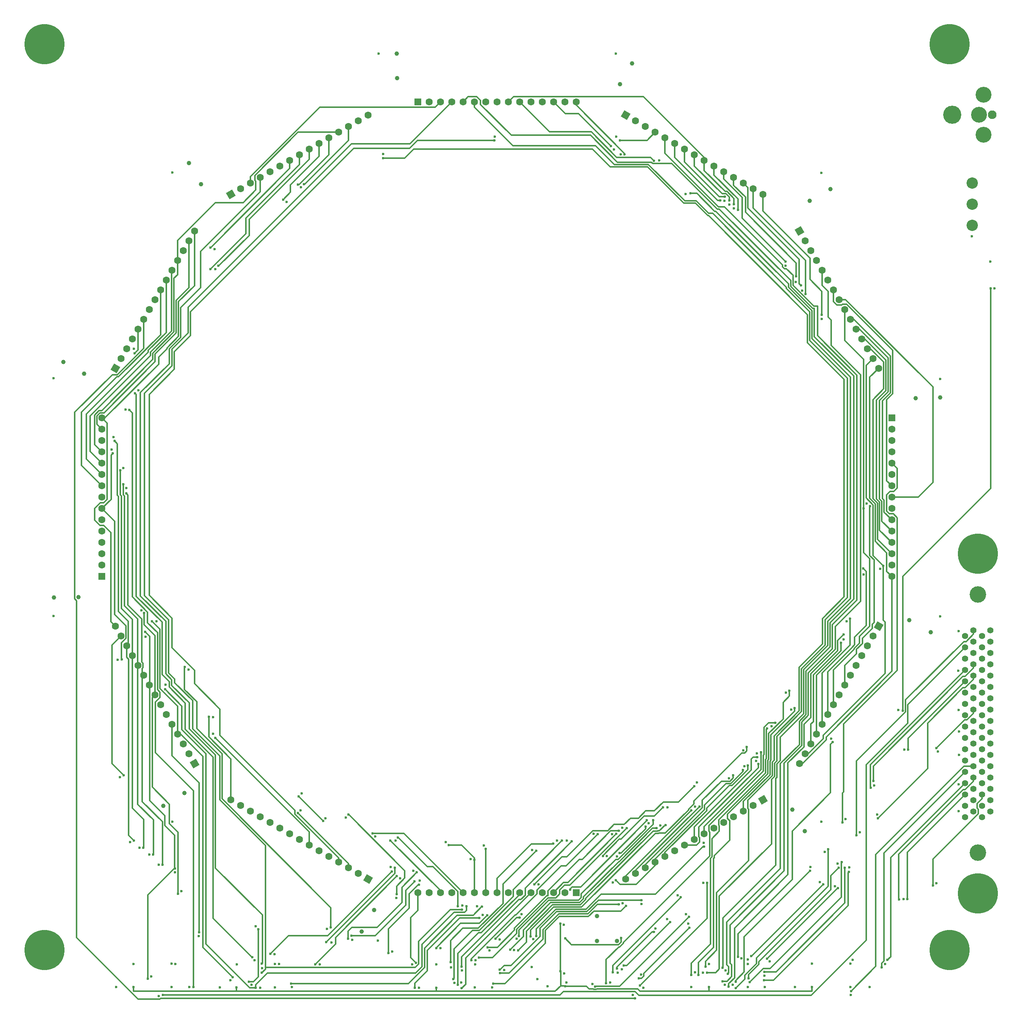
<source format=gbl>
%TF.GenerationSoftware,KiCad,Pcbnew,7.0.10-7.0.10~ubuntu22.04.1*%
%TF.CreationDate,2024-10-06T16:21:10-07:00*%
%TF.ProjectId,ni_arena_12-12,6e695f61-7265-46e6-915f-31322d31322e,rev?*%
%TF.SameCoordinates,Original*%
%TF.FileFunction,Copper,L6,Bot*%
%TF.FilePolarity,Positive*%
%FSLAX46Y46*%
G04 Gerber Fmt 4.6, Leading zero omitted, Abs format (unit mm)*
G04 Created by KiCad (PCBNEW 7.0.10-7.0.10~ubuntu22.04.1) date 2024-10-06 16:21:10*
%MOMM*%
%LPD*%
G01*
G04 APERTURE LIST*
G04 Aperture macros list*
%AMRotRect*
0 Rectangle, with rotation*
0 The origin of the aperture is its center*
0 $1 length*
0 $2 width*
0 $3 Rotation angle, in degrees counterclockwise*
0 Add horizontal line*
21,1,$1,$2,0,0,$3*%
G04 Aperture macros list end*
%TA.AperFunction,ComponentPad*%
%ADD10C,9.000000*%
%TD*%
%TA.AperFunction,ComponentPad*%
%ADD11R,1.600000X1.600000*%
%TD*%
%TA.AperFunction,ComponentPad*%
%ADD12C,1.600000*%
%TD*%
%TA.AperFunction,ComponentPad*%
%ADD13RotRect,1.600000X1.600000X240.000000*%
%TD*%
%TA.AperFunction,ComponentPad*%
%ADD14C,2.540000*%
%TD*%
%TA.AperFunction,ComponentPad*%
%ADD15RotRect,1.600000X1.600000X150.000000*%
%TD*%
%TA.AperFunction,ComponentPad*%
%ADD16RotRect,1.600000X1.600000X210.000000*%
%TD*%
%TA.AperFunction,ComponentPad*%
%ADD17C,3.556000*%
%TD*%
%TA.AperFunction,ComponentPad*%
%ADD18C,1.930400*%
%TD*%
%TA.AperFunction,ComponentPad*%
%ADD19C,4.064000*%
%TD*%
%TA.AperFunction,ComponentPad*%
%ADD20RotRect,1.600000X1.600000X30.000000*%
%TD*%
%TA.AperFunction,ComponentPad*%
%ADD21RotRect,1.600000X1.600000X60.000000*%
%TD*%
%TA.AperFunction,ComponentPad*%
%ADD22RotRect,1.600000X1.600000X120.000000*%
%TD*%
%TA.AperFunction,ComponentPad*%
%ADD23RotRect,1.600000X1.600000X300.000000*%
%TD*%
%TA.AperFunction,ComponentPad*%
%ADD24C,1.400000*%
%TD*%
%TA.AperFunction,ComponentPad*%
%ADD25C,3.700000*%
%TD*%
%TA.AperFunction,ComponentPad*%
%ADD26RotRect,1.600000X1.600000X330.000000*%
%TD*%
%TA.AperFunction,ViaPad*%
%ADD27C,0.600000*%
%TD*%
%TA.AperFunction,ViaPad*%
%ADD28C,1.000000*%
%TD*%
%TA.AperFunction,Conductor*%
%ADD29C,0.300000*%
%TD*%
G04 APERTURE END LIST*
D10*
%TO.P,H1,1,1*%
%TO.N,GND*%
X76200000Y-76200000D03*
%TD*%
D11*
%TO.P,P10,1*%
%TO.N,/Level Shifters/POW.5V_HDR_10*%
X195580000Y-266474000D03*
D12*
%TO.P,P10,2*%
%TO.N,GND*%
X193040000Y-266474000D03*
%TO.P,P10,3*%
%TO.N,/Panel Headers/RESET*%
X190500000Y-266474000D03*
%TO.P,P10,4*%
%TO.N,/Level Shifters/PAN5V.SCK_03*%
X187960000Y-266474000D03*
%TO.P,P10,5*%
%TO.N,/Level Shifters/PAN5V.MOSI_09*%
X185420000Y-266474000D03*
%TO.P,P10,6*%
%TO.N,/Level Shifters/PAN5V.MISO_09*%
X182880000Y-266474000D03*
%TO.P,P10,7*%
%TO.N,/Level Shifters/PAN5V.CS_00*%
X180340000Y-266474000D03*
%TO.P,P10,8*%
%TO.N,/Level Shifters/PAN5V.CS_01*%
X177800000Y-266474000D03*
%TO.P,P10,9*%
%TO.N,/Level Shifters/PAN5V.CS_02*%
X175260000Y-266474000D03*
%TO.P,P10,10*%
%TO.N,/Level Shifters/PAN5V.CS_03*%
X172720000Y-266474000D03*
%TO.P,P10,11*%
%TO.N,/Level Shifters/PAN5V.CS_04*%
X170180000Y-266474000D03*
%TO.P,P10,12*%
%TO.N,/Level Shifters/PAN5V.CS_05*%
X167640000Y-266474000D03*
%TO.P,P10,13*%
%TO.N,/Level Shifters/PAN5V.CS_06*%
X165100000Y-266474000D03*
%TO.P,P10,14*%
%TO.N,/Level Shifters/PAN5V.CS_07*%
X162560000Y-266474000D03*
%TO.P,P10,15*%
%TO.N,/Level Shifters/PAN5V.EXT_INT*%
X160020000Y-266474000D03*
%TD*%
D13*
%TO.P,P12,1*%
%TO.N,/Level Shifters/POW.5V_HDR_12*%
X263484000Y-206739068D03*
D12*
%TO.P,P12,2*%
%TO.N,GND*%
X262214000Y-208938773D03*
%TO.P,P12,3*%
%TO.N,/Panel Headers/RESET*%
X260944000Y-211138477D03*
%TO.P,P12,4*%
%TO.N,/Level Shifters/PAN5V.SCK_05*%
X259674000Y-213338182D03*
%TO.P,P12,5*%
%TO.N,/Level Shifters/PAN5V.MOSI_11*%
X258404000Y-215537886D03*
%TO.P,P12,6*%
%TO.N,/Level Shifters/PAN5V.MISO_11*%
X257134000Y-217737591D03*
%TO.P,P12,7*%
%TO.N,/Level Shifters/PAN5V.CS_00*%
X255864000Y-219937295D03*
%TO.P,P12,8*%
%TO.N,/Level Shifters/PAN5V.CS_01*%
X254594000Y-222137000D03*
%TO.P,P12,9*%
%TO.N,/Level Shifters/PAN5V.CS_02*%
X253324000Y-224336705D03*
%TO.P,P12,10*%
%TO.N,/Level Shifters/PAN5V.CS_03*%
X252054000Y-226536409D03*
%TO.P,P12,11*%
%TO.N,/Level Shifters/PAN5V.CS_04*%
X250784000Y-228736114D03*
%TO.P,P12,12*%
%TO.N,/Level Shifters/PAN5V.CS_05*%
X249514000Y-230935818D03*
%TO.P,P12,13*%
%TO.N,/Level Shifters/PAN5V.CS_06*%
X248244000Y-233135523D03*
%TO.P,P12,14*%
%TO.N,/Level Shifters/PAN5V.CS_07*%
X246974000Y-235335227D03*
%TO.P,P12,15*%
%TO.N,/Level Shifters/PAN5V.EXT_INT*%
X245704000Y-237534932D03*
%TD*%
D11*
%TO.P,P7,1*%
%TO.N,/Level Shifters/POW.5V_HDR_7*%
X89126000Y-195580000D03*
D12*
%TO.P,P7,2*%
%TO.N,GND*%
X89126000Y-193040000D03*
%TO.P,P7,3*%
%TO.N,/Panel Headers/RESET*%
X89126000Y-190500000D03*
%TO.P,P7,4*%
%TO.N,/Level Shifters/PAN5V.SCK_00*%
X89126000Y-187960000D03*
%TO.P,P7,5*%
%TO.N,/Level Shifters/PAN5V.MOSI_06*%
X89126000Y-185420000D03*
%TO.P,P7,6*%
%TO.N,/Level Shifters/PAN5V.MISO_06*%
X89126000Y-182880000D03*
%TO.P,P7,7*%
%TO.N,/Level Shifters/PAN5V.CS_00*%
X89126000Y-180340000D03*
%TO.P,P7,8*%
%TO.N,/Level Shifters/PAN5V.CS_01*%
X89126000Y-177800000D03*
%TO.P,P7,9*%
%TO.N,/Level Shifters/PAN5V.CS_02*%
X89126000Y-175260000D03*
%TO.P,P7,10*%
%TO.N,/Level Shifters/PAN5V.CS_03*%
X89126000Y-172720000D03*
%TO.P,P7,11*%
%TO.N,/Level Shifters/PAN5V.CS_04*%
X89126000Y-170180000D03*
%TO.P,P7,12*%
%TO.N,/Level Shifters/PAN5V.CS_05*%
X89126000Y-167640000D03*
%TO.P,P7,13*%
%TO.N,/Level Shifters/PAN5V.CS_06*%
X89126000Y-165100000D03*
%TO.P,P7,14*%
%TO.N,/Level Shifters/PAN5V.CS_07*%
X89126000Y-162560000D03*
%TO.P,P7,15*%
%TO.N,/Level Shifters/PAN5V.EXT_INT*%
X89126000Y-160020000D03*
%TD*%
D14*
%TO.P,SW1,1,A*%
%TO.N,/Power & Voltage Regulators/SW_VCC*%
X284480000Y-116840000D03*
%TO.P,SW1,2,B*%
%TO.N,VCC*%
X284480000Y-112090200D03*
%TO.P,SW1,3,C*%
%TO.N,GND*%
X284480000Y-107340400D03*
%TD*%
D15*
%TO.P,P9,1*%
%TO.N,/Level Shifters/POW.5V_HDR_9*%
X148860932Y-263484000D03*
D12*
%TO.P,P9,2*%
%TO.N,GND*%
X146661227Y-262214000D03*
%TO.P,P9,3*%
%TO.N,/Panel Headers/RESET*%
X144461523Y-260944000D03*
%TO.P,P9,4*%
%TO.N,/Level Shifters/PAN5V.SCK_02*%
X142261818Y-259674000D03*
%TO.P,P9,5*%
%TO.N,/Level Shifters/PAN5V.MOSI_08*%
X140062114Y-258404000D03*
%TO.P,P9,6*%
%TO.N,/Level Shifters/PAN5V.MISO_08*%
X137862409Y-257134000D03*
%TO.P,P9,7*%
%TO.N,/Level Shifters/PAN5V.CS_00*%
X135662705Y-255864000D03*
%TO.P,P9,8*%
%TO.N,/Level Shifters/PAN5V.CS_01*%
X133463000Y-254594000D03*
%TO.P,P9,9*%
%TO.N,/Level Shifters/PAN5V.CS_02*%
X131263295Y-253324000D03*
%TO.P,P9,10*%
%TO.N,/Level Shifters/PAN5V.CS_03*%
X129063591Y-252054000D03*
%TO.P,P9,11*%
%TO.N,/Level Shifters/PAN5V.CS_04*%
X126863886Y-250784000D03*
%TO.P,P9,12*%
%TO.N,/Level Shifters/PAN5V.CS_05*%
X124664182Y-249514000D03*
%TO.P,P9,13*%
%TO.N,/Level Shifters/PAN5V.CS_06*%
X122464477Y-248244000D03*
%TO.P,P9,14*%
%TO.N,/Level Shifters/PAN5V.CS_07*%
X120264773Y-246974000D03*
%TO.P,P9,15*%
%TO.N,/Level Shifters/PAN5V.EXT_INT*%
X118065068Y-245704000D03*
%TD*%
D16*
%TO.P,P11,1*%
%TO.N,/Level Shifters/POW.5V_HDR_11*%
X237534932Y-245704000D03*
D12*
%TO.P,P11,2*%
%TO.N,GND*%
X235335227Y-246974000D03*
%TO.P,P11,3*%
%TO.N,/Panel Headers/RESET*%
X233135523Y-248244000D03*
%TO.P,P11,4*%
%TO.N,/Level Shifters/PAN5V.SCK_04*%
X230935818Y-249514000D03*
%TO.P,P11,5*%
%TO.N,/Level Shifters/PAN5V.MOSI_10*%
X228736114Y-250784000D03*
%TO.P,P11,6*%
%TO.N,/Level Shifters/PAN5V.MISO_10*%
X226536409Y-252054000D03*
%TO.P,P11,7*%
%TO.N,/Level Shifters/PAN5V.CS_00*%
X224336705Y-253324000D03*
%TO.P,P11,8*%
%TO.N,/Level Shifters/PAN5V.CS_01*%
X222137000Y-254594000D03*
%TO.P,P11,9*%
%TO.N,/Level Shifters/PAN5V.CS_02*%
X219937295Y-255864000D03*
%TO.P,P11,10*%
%TO.N,/Level Shifters/PAN5V.CS_03*%
X217737591Y-257134000D03*
%TO.P,P11,11*%
%TO.N,/Level Shifters/PAN5V.CS_04*%
X215537886Y-258404000D03*
%TO.P,P11,12*%
%TO.N,/Level Shifters/PAN5V.CS_05*%
X213338182Y-259674000D03*
%TO.P,P11,13*%
%TO.N,/Level Shifters/PAN5V.CS_06*%
X211138477Y-260944000D03*
%TO.P,P11,14*%
%TO.N,/Level Shifters/PAN5V.CS_07*%
X208938773Y-262214000D03*
%TO.P,P11,15*%
%TO.N,/Level Shifters/PAN5V.EXT_INT*%
X206739068Y-263484000D03*
%TD*%
D10*
%TO.P,H3,1,1*%
%TO.N,GND*%
X279400000Y-279400000D03*
%TD*%
%TO.P,H4,1,1*%
%TO.N,GND*%
X76200000Y-279400000D03*
%TD*%
D17*
%TO.P,J1,*%
%TO.N,*%
X287020000Y-87528400D03*
D18*
X289026600Y-92024200D03*
D17*
X287020000Y-96520000D03*
D19*
%TO.P,J1,1*%
%TO.N,/Power & Voltage Regulators/SW_VCC*%
X280035000Y-92024200D03*
D17*
%TO.P,J1,2*%
%TO.N,GND*%
X286029400Y-92024200D03*
%TD*%
D20*
%TO.P,P5,1*%
%TO.N,/Level Shifters/POW.5V_HDR_5*%
X118065068Y-109896000D03*
D12*
%TO.P,P5,2*%
%TO.N,GND*%
X120264773Y-108626000D03*
%TO.P,P5,3*%
%TO.N,/Panel Headers/RESET*%
X122464477Y-107356000D03*
%TO.P,P5,4*%
%TO.N,/Level Shifters/PAN5V.SCK_04*%
X124664182Y-106086000D03*
%TO.P,P5,5*%
%TO.N,/Level Shifters/PAN5V.MOSI_04*%
X126863886Y-104816000D03*
%TO.P,P5,6*%
%TO.N,/Level Shifters/PAN5V.MISO_04*%
X129063591Y-103546000D03*
%TO.P,P5,7*%
%TO.N,/Level Shifters/PAN5V.CS_00*%
X131263295Y-102276000D03*
%TO.P,P5,8*%
%TO.N,/Level Shifters/PAN5V.CS_01*%
X133463000Y-101006000D03*
%TO.P,P5,9*%
%TO.N,/Level Shifters/PAN5V.CS_02*%
X135662705Y-99736000D03*
%TO.P,P5,10*%
%TO.N,/Level Shifters/PAN5V.CS_03*%
X137862409Y-98466000D03*
%TO.P,P5,11*%
%TO.N,/Level Shifters/PAN5V.CS_04*%
X140062114Y-97196000D03*
%TO.P,P5,12*%
%TO.N,/Level Shifters/PAN5V.CS_05*%
X142261818Y-95926000D03*
%TO.P,P5,13*%
%TO.N,/Level Shifters/PAN5V.CS_06*%
X144461523Y-94656000D03*
%TO.P,P5,14*%
%TO.N,/Level Shifters/PAN5V.CS_07*%
X146661227Y-93386000D03*
%TO.P,P5,15*%
%TO.N,/Level Shifters/PAN5V.EXT_INT*%
X148860932Y-92116000D03*
%TD*%
D11*
%TO.P,P4,1*%
%TO.N,/Level Shifters/POW.5V_HDR_4*%
X160020000Y-89126000D03*
D12*
%TO.P,P4,2*%
%TO.N,GND*%
X162560000Y-89126000D03*
%TO.P,P4,3*%
%TO.N,/Panel Headers/RESET*%
X165100000Y-89126000D03*
%TO.P,P4,4*%
%TO.N,/Level Shifters/PAN5V.SCK_03*%
X167640000Y-89126000D03*
%TO.P,P4,5*%
%TO.N,/Level Shifters/PAN5V.MOSI_03*%
X170180000Y-89126000D03*
%TO.P,P4,6*%
%TO.N,/Level Shifters/PAN5V.MISO_03*%
X172720000Y-89126000D03*
%TO.P,P4,7*%
%TO.N,/Level Shifters/PAN5V.CS_00*%
X175260000Y-89126000D03*
%TO.P,P4,8*%
%TO.N,/Level Shifters/PAN5V.CS_01*%
X177800000Y-89126000D03*
%TO.P,P4,9*%
%TO.N,/Level Shifters/PAN5V.CS_02*%
X180340000Y-89126000D03*
%TO.P,P4,10*%
%TO.N,/Level Shifters/PAN5V.CS_03*%
X182880000Y-89126000D03*
%TO.P,P4,11*%
%TO.N,/Level Shifters/PAN5V.CS_04*%
X185420000Y-89126000D03*
%TO.P,P4,12*%
%TO.N,/Level Shifters/PAN5V.CS_05*%
X187960000Y-89126000D03*
%TO.P,P4,13*%
%TO.N,/Level Shifters/PAN5V.CS_06*%
X190500000Y-89126000D03*
%TO.P,P4,14*%
%TO.N,/Level Shifters/PAN5V.CS_07*%
X193040000Y-89126000D03*
%TO.P,P4,15*%
%TO.N,/Level Shifters/PAN5V.EXT_INT*%
X195580000Y-89126000D03*
%TD*%
D10*
%TO.P,H5,1,1*%
%TO.N,GND*%
X285750000Y-190500000D03*
%TD*%
D11*
%TO.P,P1,1*%
%TO.N,/Level Shifters/POW.5V_HDR_1*%
X266474000Y-160020000D03*
D12*
%TO.P,P1,2*%
%TO.N,GND*%
X266474000Y-162560000D03*
%TO.P,P1,3*%
%TO.N,/Panel Headers/RESET*%
X266474000Y-165100000D03*
%TO.P,P1,4*%
%TO.N,/Level Shifters/PAN5V.SCK_00*%
X266474000Y-167640000D03*
%TO.P,P1,5*%
%TO.N,/Level Shifters/PAN5V.MOSI_00*%
X266474000Y-170180000D03*
%TO.P,P1,6*%
%TO.N,/Level Shifters/PAN5V.MISO_00*%
X266474000Y-172720000D03*
%TO.P,P1,7*%
%TO.N,/Level Shifters/PAN5V.CS_00*%
X266474000Y-175260000D03*
%TO.P,P1,8*%
%TO.N,/Level Shifters/PAN5V.CS_01*%
X266474000Y-177800000D03*
%TO.P,P1,9*%
%TO.N,/Level Shifters/PAN5V.CS_02*%
X266474000Y-180340000D03*
%TO.P,P1,10*%
%TO.N,/Level Shifters/PAN5V.CS_03*%
X266474000Y-182880000D03*
%TO.P,P1,11*%
%TO.N,/Level Shifters/PAN5V.CS_04*%
X266474000Y-185420000D03*
%TO.P,P1,12*%
%TO.N,/Level Shifters/PAN5V.CS_05*%
X266474000Y-187960000D03*
%TO.P,P1,13*%
%TO.N,/Level Shifters/PAN5V.CS_06*%
X266474000Y-190500000D03*
%TO.P,P1,14*%
%TO.N,/Level Shifters/PAN5V.CS_07*%
X266474000Y-193040000D03*
%TO.P,P1,15*%
%TO.N,/Level Shifters/PAN5V.EXT_INT*%
X266474000Y-195580000D03*
%TD*%
D21*
%TO.P,P6,1*%
%TO.N,/Level Shifters/POW.5V_HDR_6*%
X92116000Y-148860932D03*
D12*
%TO.P,P6,2*%
%TO.N,GND*%
X93386000Y-146661227D03*
%TO.P,P6,3*%
%TO.N,/Panel Headers/RESET*%
X94656000Y-144461523D03*
%TO.P,P6,4*%
%TO.N,/Level Shifters/PAN5V.SCK_05*%
X95926000Y-142261818D03*
%TO.P,P6,5*%
%TO.N,/Level Shifters/PAN5V.MOSI_05*%
X97196000Y-140062114D03*
%TO.P,P6,6*%
%TO.N,/Level Shifters/PAN5V.MISO_05*%
X98466000Y-137862409D03*
%TO.P,P6,7*%
%TO.N,/Level Shifters/PAN5V.CS_00*%
X99736000Y-135662705D03*
%TO.P,P6,8*%
%TO.N,/Level Shifters/PAN5V.CS_01*%
X101006000Y-133463000D03*
%TO.P,P6,9*%
%TO.N,/Level Shifters/PAN5V.CS_02*%
X102276000Y-131263295D03*
%TO.P,P6,10*%
%TO.N,/Level Shifters/PAN5V.CS_03*%
X103546000Y-129063591D03*
%TO.P,P6,11*%
%TO.N,/Level Shifters/PAN5V.CS_04*%
X104816000Y-126863886D03*
%TO.P,P6,12*%
%TO.N,/Level Shifters/PAN5V.CS_05*%
X106086000Y-124664182D03*
%TO.P,P6,13*%
%TO.N,/Level Shifters/PAN5V.CS_06*%
X107356000Y-122464477D03*
%TO.P,P6,14*%
%TO.N,/Level Shifters/PAN5V.CS_07*%
X108626000Y-120264773D03*
%TO.P,P6,15*%
%TO.N,/Level Shifters/PAN5V.EXT_INT*%
X109896000Y-118065068D03*
%TD*%
D22*
%TO.P,P8,1*%
%TO.N,/Level Shifters/POW.5V_HDR_8*%
X109896000Y-237534932D03*
D12*
%TO.P,P8,2*%
%TO.N,GND*%
X108626000Y-235335227D03*
%TO.P,P8,3*%
%TO.N,/Panel Headers/RESET*%
X107356000Y-233135523D03*
%TO.P,P8,4*%
%TO.N,/Level Shifters/PAN5V.SCK_01*%
X106086000Y-230935818D03*
%TO.P,P8,5*%
%TO.N,/Level Shifters/PAN5V.MOSI_07*%
X104816000Y-228736114D03*
%TO.P,P8,6*%
%TO.N,/Level Shifters/PAN5V.MISO_07*%
X103546000Y-226536409D03*
%TO.P,P8,7*%
%TO.N,/Level Shifters/PAN5V.CS_00*%
X102276000Y-224336705D03*
%TO.P,P8,8*%
%TO.N,/Level Shifters/PAN5V.CS_01*%
X101006000Y-222137000D03*
%TO.P,P8,9*%
%TO.N,/Level Shifters/PAN5V.CS_02*%
X99736000Y-219937295D03*
%TO.P,P8,10*%
%TO.N,/Level Shifters/PAN5V.CS_03*%
X98466000Y-217737591D03*
%TO.P,P8,11*%
%TO.N,/Level Shifters/PAN5V.CS_04*%
X97196000Y-215537886D03*
%TO.P,P8,12*%
%TO.N,/Level Shifters/PAN5V.CS_05*%
X95926000Y-213338182D03*
%TO.P,P8,13*%
%TO.N,/Level Shifters/PAN5V.CS_06*%
X94656000Y-211138477D03*
%TO.P,P8,14*%
%TO.N,/Level Shifters/PAN5V.CS_07*%
X93386000Y-208938773D03*
%TO.P,P8,15*%
%TO.N,/Level Shifters/PAN5V.EXT_INT*%
X92116000Y-206739068D03*
%TD*%
D10*
%TO.P,H2,1,1*%
%TO.N,GND*%
X279400000Y-76200000D03*
%TD*%
%TO.P,H6,1,1*%
%TO.N,GND*%
X285750000Y-266700000D03*
%TD*%
D23*
%TO.P,P2,1*%
%TO.N,/Level Shifters/POW.5V_HDR_2*%
X245704000Y-118065068D03*
D12*
%TO.P,P2,2*%
%TO.N,GND*%
X246974000Y-120264773D03*
%TO.P,P2,3*%
%TO.N,/Panel Headers/RESET*%
X248244000Y-122464477D03*
%TO.P,P2,4*%
%TO.N,/Level Shifters/PAN5V.SCK_01*%
X249514000Y-124664182D03*
%TO.P,P2,5*%
%TO.N,/Level Shifters/PAN5V.MOSI_01*%
X250784000Y-126863886D03*
%TO.P,P2,6*%
%TO.N,/Level Shifters/PAN5V.MISO_01*%
X252054000Y-129063591D03*
%TO.P,P2,7*%
%TO.N,/Level Shifters/PAN5V.CS_00*%
X253324000Y-131263295D03*
%TO.P,P2,8*%
%TO.N,/Level Shifters/PAN5V.CS_01*%
X254594000Y-133463000D03*
%TO.P,P2,9*%
%TO.N,/Level Shifters/PAN5V.CS_02*%
X255864000Y-135662705D03*
%TO.P,P2,10*%
%TO.N,/Level Shifters/PAN5V.CS_03*%
X257134000Y-137862409D03*
%TO.P,P2,11*%
%TO.N,/Level Shifters/PAN5V.CS_04*%
X258404000Y-140062114D03*
%TO.P,P2,12*%
%TO.N,/Level Shifters/PAN5V.CS_05*%
X259674000Y-142261818D03*
%TO.P,P2,13*%
%TO.N,/Level Shifters/PAN5V.CS_06*%
X260944000Y-144461523D03*
%TO.P,P2,14*%
%TO.N,/Level Shifters/PAN5V.CS_07*%
X262214000Y-146661227D03*
%TO.P,P2,15*%
%TO.N,/Level Shifters/PAN5V.EXT_INT*%
X263484000Y-148860932D03*
%TD*%
D24*
%TO.P,J2,1,Pin_1*%
%TO.N,GND*%
X288607500Y-207645000D03*
%TO.P,J2,2,Pin_2*%
X286702500Y-208915000D03*
%TO.P,J2,3,Pin_3*%
X288607500Y-210185000D03*
%TO.P,J2,4,Pin_4*%
%TO.N,unconnected-(J2-Pin_4-Pad4)*%
X286702500Y-211455000D03*
%TO.P,J2,5,Pin_5*%
%TO.N,unconnected-(J2-Pin_5-Pad5)*%
X288607500Y-212725000D03*
%TO.P,J2,6,Pin_6*%
%TO.N,unconnected-(J2-Pin_6-Pad6)*%
X286702500Y-213995000D03*
%TO.P,J2,7,Pin_7*%
%TO.N,unconnected-(J2-Pin_7-Pad7)*%
X288607500Y-215265000D03*
%TO.P,J2,8,Pin_8*%
%TO.N,unconnected-(J2-Pin_8-Pad8)*%
X286702500Y-216535000D03*
%TO.P,J2,9,Pin_9*%
%TO.N,unconnected-(J2-Pin_9-Pad9)*%
X288607500Y-217805000D03*
%TO.P,J2,10,Pin_10*%
%TO.N,unconnected-(J2-Pin_10-Pad10)*%
X286702500Y-219075000D03*
%TO.P,J2,11,Pin_11*%
%TO.N,unconnected-(J2-Pin_11-Pad11)*%
X288607500Y-220345000D03*
%TO.P,J2,12,Pin_12*%
%TO.N,unconnected-(J2-Pin_12-Pad12)*%
X286702500Y-221615000D03*
%TO.P,J2,13,Pin_13*%
%TO.N,unconnected-(J2-Pin_13-Pad13)*%
X288607500Y-222885000D03*
%TO.P,J2,14,Pin_14*%
%TO.N,unconnected-(J2-Pin_14-Pad14)*%
X286702500Y-224155000D03*
%TO.P,J2,15,Pin_15*%
%TO.N,unconnected-(J2-Pin_15-Pad15)*%
X288607500Y-225425000D03*
%TO.P,J2,16,Pin_16*%
%TO.N,unconnected-(J2-Pin_16-Pad16)*%
X286702500Y-226695000D03*
%TO.P,J2,17,Pin_17*%
%TO.N,unconnected-(J2-Pin_17-Pad17)*%
X288607500Y-227965000D03*
%TO.P,J2,18,Pin_18*%
%TO.N,unconnected-(J2-Pin_18-Pad18)*%
X286702500Y-229235000D03*
%TO.P,J2,19,Pin_19*%
%TO.N,unconnected-(J2-Pin_19-Pad19)*%
X288607500Y-230505000D03*
%TO.P,J2,20,Pin_20*%
%TO.N,unconnected-(J2-Pin_20-Pad20)*%
X286702500Y-231775000D03*
%TO.P,J2,21,Pin_21*%
%TO.N,unconnected-(J2-Pin_21-Pad21)*%
X288607500Y-233045000D03*
%TO.P,J2,22,Pin_22*%
%TO.N,unconnected-(J2-Pin_22-Pad22)*%
X286702500Y-234315000D03*
%TO.P,J2,23,Pin_23*%
%TO.N,unconnected-(J2-Pin_23-Pad23)*%
X288607500Y-235585000D03*
%TO.P,J2,24,Pin_24*%
%TO.N,unconnected-(J2-Pin_24-Pad24)*%
X286702500Y-236855000D03*
%TO.P,J2,25,Pin_25*%
%TO.N,unconnected-(J2-Pin_25-Pad25)*%
X288607500Y-238125000D03*
%TO.P,J2,26,Pin_26*%
%TO.N,unconnected-(J2-Pin_26-Pad26)*%
X286702500Y-239395000D03*
%TO.P,J2,27,Pin_27*%
%TO.N,unconnected-(J2-Pin_27-Pad27)*%
X288607500Y-240665000D03*
%TO.P,J2,28,Pin_28*%
%TO.N,unconnected-(J2-Pin_28-Pad28)*%
X286702500Y-241935000D03*
%TO.P,J2,29,Pin_29*%
%TO.N,/Level Shifters/PAN3V.MOSI_07*%
X288607500Y-243205000D03*
%TO.P,J2,30,Pin_30*%
%TO.N,/Level Shifters/PAN3V.MOSI_08*%
X286702500Y-244475000D03*
%TO.P,J2,31,Pin_31*%
%TO.N,/Level Shifters/PAN3V.MOSI_09*%
X288607500Y-245745000D03*
%TO.P,J2,32,Pin_32*%
%TO.N,/Level Shifters/PAN3V.MOSI_10*%
X286702500Y-247015000D03*
%TO.P,J2,33,Pin_33*%
%TO.N,/Level Shifters/PAN3V.MOSI_11*%
X288607500Y-248285000D03*
%TO.P,J2,34,Pin_34*%
%TO.N,/Level Shifters/PAN3V.RESET*%
X286702500Y-249555000D03*
%TO.P,J2,35,Pin_35*%
%TO.N,/Level Shifters/PAN3V.CS_00*%
X284797500Y-207645000D03*
%TO.P,J2,36,Pin_36*%
%TO.N,/Level Shifters/PAN3V.CS_01*%
X282892500Y-208915000D03*
%TO.P,J2,37,Pin_37*%
%TO.N,/Level Shifters/PAN3V.CS_02*%
X284797500Y-210185000D03*
%TO.P,J2,38,Pin_38*%
%TO.N,/Level Shifters/PAN3V.CS_03*%
X282892500Y-211455000D03*
%TO.P,J2,39,Pin_39*%
%TO.N,/Level Shifters/PAN3V.CS_04*%
X284797500Y-212725000D03*
%TO.P,J2,40,Pin_40*%
%TO.N,/Level Shifters/PAN3V.CS_05*%
X282892500Y-213995000D03*
%TO.P,J2,41,Pin_41*%
%TO.N,/Level Shifters/PAN3V.CS_06*%
X284797500Y-215265000D03*
%TO.P,J2,42,Pin_42*%
%TO.N,/Level Shifters/PAN3V.CS_07*%
X282892500Y-216535000D03*
%TO.P,J2,43,Pin_43*%
%TO.N,/Level Shifters/PAN3V.SCK_00*%
X284797500Y-217805000D03*
%TO.P,J2,44,Pin_44*%
%TO.N,/Level Shifters/PAN3V.SCK_01*%
X282892500Y-219075000D03*
%TO.P,J2,45,Pin_45*%
%TO.N,/Level Shifters/PAN3V.SCK_02*%
X284797500Y-220345000D03*
%TO.P,J2,46,Pin_46*%
%TO.N,/Level Shifters/PAN3V.SCK_03*%
X282892500Y-221615000D03*
%TO.P,J2,47,Pin_47*%
%TO.N,/Level Shifters/PAN3V.SCK_04*%
X284797500Y-222885000D03*
%TO.P,J2,48,Pin_48*%
%TO.N,/Level Shifters/PAN3V.SCK_05*%
X282892500Y-224155000D03*
%TO.P,J2,49,Pin_49*%
%TO.N,/Level Shifters/PAN3V.MOSI_00*%
X284797500Y-225425000D03*
%TO.P,J2,50,Pin_50*%
%TO.N,/Level Shifters/PAN3V.MISO_00*%
X282892500Y-226695000D03*
%TO.P,J2,51,Pin_51*%
%TO.N,/Level Shifters/PAN3V.MOSI_01*%
X284797500Y-227965000D03*
%TO.P,J2,52,Pin_52*%
%TO.N,/Level Shifters/PAN3V.MISO_01*%
X282892500Y-229235000D03*
%TO.P,J2,53,Pin_53*%
%TO.N,/Level Shifters/PAN3V.MOSI_02*%
X284797500Y-230505000D03*
%TO.P,J2,54,Pin_54*%
%TO.N,/Level Shifters/PAN3V.MISO_02*%
X282892500Y-231775000D03*
%TO.P,J2,55,Pin_55*%
%TO.N,/Level Shifters/PAN3V.MOSI_03*%
X284797500Y-233045000D03*
%TO.P,J2,56,Pin_56*%
%TO.N,/Level Shifters/PAN3V.MISO_03*%
X282892500Y-234315000D03*
%TO.P,J2,57,Pin_57*%
%TO.N,/Level Shifters/PAN3V.MOSI_04*%
X284797500Y-235585000D03*
%TO.P,J2,58,Pin_58*%
%TO.N,/Level Shifters/PAN3V.MISO_04*%
X282892500Y-236855000D03*
%TO.P,J2,59,Pin_59*%
%TO.N,/Level Shifters/PAN3V.MOSI_05*%
X284797500Y-238125000D03*
%TO.P,J2,60,Pin_60*%
%TO.N,/Level Shifters/PAN3V.MISO_05*%
X282892500Y-239395000D03*
%TO.P,J2,61,Pin_61*%
%TO.N,/Level Shifters/PAN3V.MOSI_06*%
X284797500Y-240665000D03*
%TO.P,J2,62,Pin_62*%
%TO.N,/Level Shifters/PAN3V.MISO_06*%
X282892500Y-241935000D03*
%TO.P,J2,63,Pin_63*%
%TO.N,/Level Shifters/PAN3V.MISO_07*%
X284797500Y-243205000D03*
%TO.P,J2,64,Pin_64*%
%TO.N,/Level Shifters/PAN3V.MISO_08*%
X282892500Y-244475000D03*
%TO.P,J2,65,Pin_65*%
%TO.N,/Level Shifters/PAN3V.MISO_09*%
X284797500Y-245745000D03*
%TO.P,J2,66,Pin_66*%
%TO.N,/Level Shifters/PAN3V.MISO_10*%
X282892500Y-247015000D03*
%TO.P,J2,67,Pin_67*%
%TO.N,/Level Shifters/PAN3V.MISO_11*%
X284797500Y-248285000D03*
%TO.P,J2,68,Pin_68*%
%TO.N,/Level Shifters/PAN3V.EXT_INT*%
X282892500Y-249555000D03*
D25*
%TO.P,J2,69,GND*%
%TO.N,GND*%
X285750000Y-199645000D03*
%TO.P,J2,70,GND*%
X285750000Y-257555000D03*
%TD*%
D26*
%TO.P,P3,1*%
%TO.N,/Level Shifters/POW.5V_HDR_3*%
X206739068Y-92116000D03*
D12*
%TO.P,P3,2*%
%TO.N,GND*%
X208938773Y-93386000D03*
%TO.P,P3,3*%
%TO.N,/Panel Headers/RESET*%
X211138477Y-94656000D03*
%TO.P,P3,4*%
%TO.N,/Level Shifters/PAN5V.SCK_02*%
X213338182Y-95926000D03*
%TO.P,P3,5*%
%TO.N,/Level Shifters/PAN5V.MOSI_02*%
X215537886Y-97196000D03*
%TO.P,P3,6*%
%TO.N,/Level Shifters/PAN5V.MISO_02*%
X217737591Y-98466000D03*
%TO.P,P3,7*%
%TO.N,/Level Shifters/PAN5V.CS_00*%
X219937295Y-99736000D03*
%TO.P,P3,8*%
%TO.N,/Level Shifters/PAN5V.CS_01*%
X222137000Y-101006000D03*
%TO.P,P3,9*%
%TO.N,/Level Shifters/PAN5V.CS_02*%
X224336705Y-102276000D03*
%TO.P,P3,10*%
%TO.N,/Level Shifters/PAN5V.CS_03*%
X226536409Y-103546000D03*
%TO.P,P3,11*%
%TO.N,/Level Shifters/PAN5V.CS_04*%
X228736114Y-104816000D03*
%TO.P,P3,12*%
%TO.N,/Level Shifters/PAN5V.CS_05*%
X230935818Y-106086000D03*
%TO.P,P3,13*%
%TO.N,/Level Shifters/PAN5V.CS_06*%
X233135523Y-107356000D03*
%TO.P,P3,14*%
%TO.N,/Level Shifters/PAN5V.CS_07*%
X235335227Y-108626000D03*
%TO.P,P3,15*%
%TO.N,/Level Shifters/PAN5V.EXT_INT*%
X237534932Y-109896000D03*
%TD*%
D27*
%TO.N,+3.3V*%
X185649000Y-283159000D03*
X172923000Y-282550000D03*
X172796000Y-287776000D03*
X234137000Y-287685000D03*
X127940000Y-287713000D03*
X104724000Y-282448000D03*
X234137000Y-282499000D03*
X104800000Y-287648000D03*
X257124000Y-282448000D03*
X257150000Y-287648000D03*
X127940000Y-282524000D03*
%TO.N,/Level Shifters/POW.5V_HDR_10*%
X119355000Y-287731000D03*
X192075000Y-273431000D03*
X96215200Y-287633000D03*
X225400000Y-287690000D03*
X193167000Y-287477000D03*
X164186000Y-287801000D03*
X248514000Y-287663000D03*
X192075000Y-284074000D03*
%TO.N,/Level Shifters/PAN5V.CS_00*%
X237093900Y-235044739D03*
X91567000Y-167970200D03*
X261564000Y-179778800D03*
X93548200Y-214201800D03*
X114554000Y-231800400D03*
X113461800Y-121793000D03*
X228980300Y-110376700D03*
%TO.N,/Level Shifters/PAN5V.CS_01*%
X98594800Y-203776200D03*
X190474600Y-255498600D03*
X113461800Y-126644400D03*
X236245400Y-236118400D03*
X106199100Y-266723700D03*
X230007900Y-111232000D03*
%TO.N,/Level Shifters/PAN5V.CS_02*%
X236464600Y-237617000D03*
X98837000Y-207982100D03*
X105511600Y-261077700D03*
X230987600Y-112090200D03*
X99434200Y-285826600D03*
X175260000Y-256663600D03*
X115265200Y-125907800D03*
X260090800Y-180340000D03*
%TO.N,/Level Shifters/PAN5V.CS_03*%
X172720000Y-259107400D03*
X231892400Y-113367600D03*
X213064600Y-102293300D03*
X129794000Y-111074200D03*
X102743000Y-260223000D03*
X260060200Y-193776600D03*
X94569300Y-176965200D03*
X166979600Y-255803400D03*
%TO.N,/Level Shifters/PAN5V.CS_04*%
X149915500Y-253199800D03*
X242597000Y-124954400D03*
X257070980Y-205051780D03*
X133096000Y-107645200D03*
X100634800Y-257937000D03*
X93917300Y-174929800D03*
X234167600Y-238008500D03*
%TO.N,/Level Shifters/PAN5V.EXT_INT*%
X113126600Y-227071000D03*
X206451200Y-100902500D03*
X159586130Y-282242730D03*
X250754300Y-136887200D03*
X221465200Y-248026000D03*
%TO.N,GND*%
X199542400Y-253314200D03*
X254279400Y-259969000D03*
X91313000Y-167106600D03*
X262509000Y-242443000D03*
X281355800Y-216738200D03*
D28*
X270408000Y-205410000D03*
D27*
X214528400Y-251394200D03*
X192862200Y-284632400D03*
X150520400Y-253898400D03*
X277292000Y-204546000D03*
X154254200Y-279679400D03*
X210261200Y-269036800D03*
X127863600Y-280263600D03*
X220218000Y-271348200D03*
X220726000Y-273456400D03*
X193446400Y-286639000D03*
X133934200Y-244271800D03*
X281432000Y-207822800D03*
X95478600Y-255193800D03*
X250673000Y-105029000D03*
D28*
X150216000Y-270434000D03*
D27*
X145288000Y-277063200D03*
X205867000Y-283718000D03*
X151206000Y-78282800D03*
D28*
X244145000Y-247904000D03*
D27*
X185699400Y-256946400D03*
D28*
X107645000Y-244170000D03*
D27*
X257708400Y-281609800D03*
X251409200Y-257352800D03*
X250698000Y-137845800D03*
D28*
X111354000Y-107569000D03*
D27*
X123672600Y-274040600D03*
X160299000Y-287833000D03*
X281508200Y-235585000D03*
X125095000Y-283413200D03*
X117983000Y-286156400D03*
X105613200Y-282473400D03*
X204622400Y-96951800D03*
X189154000Y-287477000D03*
X106934000Y-266148200D03*
X216077800Y-247396000D03*
X114071400Y-227101400D03*
X164236000Y-282600000D03*
X122732800Y-287147000D03*
X108712000Y-287680000D03*
X139674600Y-274624800D03*
X98907600Y-209118200D03*
X108534200Y-216433400D03*
D28*
X85090000Y-150114000D03*
D27*
X104902000Y-104953000D03*
X156057600Y-263245600D03*
X178384200Y-276987000D03*
X230733600Y-287172400D03*
X206044800Y-268859000D03*
X114401600Y-122123200D03*
D28*
X155372000Y-83769200D03*
D27*
X257276600Y-289433000D03*
X104927000Y-250622000D03*
X229870000Y-240842800D03*
X224129600Y-264287000D03*
X236169200Y-235229400D03*
X246293630Y-131429770D03*
X204521000Y-78308200D03*
X243865400Y-225399600D03*
X264972800Y-282498800D03*
X267893800Y-225526600D03*
X237871000Y-285165800D03*
X239014000Y-281889200D03*
X160502600Y-263829800D03*
D28*
X204775000Y-277317000D03*
D27*
X203809600Y-264185400D03*
D28*
X83820000Y-200228000D03*
D27*
X97993200Y-203174600D03*
X101904800Y-260197600D03*
X176174400Y-279425400D03*
X220141800Y-109746000D03*
X269240000Y-234442000D03*
X169773600Y-286639000D03*
X228955600Y-287172400D03*
X96240600Y-282473000D03*
X176708000Y-287731000D03*
X181635400Y-279388900D03*
X276504400Y-264388600D03*
X96291400Y-144500600D03*
X276809200Y-234823000D03*
X155016200Y-254781400D03*
X124637800Y-287832800D03*
X230987600Y-113004600D03*
X128854200Y-282520600D03*
X284403800Y-119303800D03*
X173024800Y-281693000D03*
X261518000Y-287680000D03*
X259298330Y-252948330D03*
X222275400Y-247218200D03*
X229133400Y-283972000D03*
X229971600Y-112141000D03*
X203657200Y-253339600D03*
X133832600Y-108254800D03*
X228904800Y-111277400D03*
X152247600Y-100838000D03*
X211861400Y-250952000D03*
X199237600Y-286969200D03*
X187149080Y-264669880D03*
X179476400Y-283845000D03*
X158750000Y-282575000D03*
X248539000Y-282448000D03*
X216052400Y-272440400D03*
X288544000Y-124968000D03*
X101904800Y-289687000D03*
X97561400Y-256438400D03*
X99771200Y-257937000D03*
X119431000Y-282550000D03*
X260807200Y-179171600D03*
X256311400Y-205613000D03*
X269062200Y-267970000D03*
X202488800Y-258318000D03*
X78232000Y-151130000D03*
X281482800Y-248183400D03*
X233146600Y-234543600D03*
X131750000Y-287706000D03*
X93192600Y-240588800D03*
X281457400Y-242239800D03*
X224256600Y-255346200D03*
X242600580Y-125877220D03*
X174853600Y-255879600D03*
X250266200Y-264160000D03*
X250673000Y-250622000D03*
X94411800Y-158165800D03*
X170027600Y-269341600D03*
X137998200Y-282575000D03*
X233349800Y-238125000D03*
X244906800Y-129514600D03*
X281482800Y-225526600D03*
X263829800Y-193852800D03*
X168300400Y-286715200D03*
X242697000Y-221665800D03*
X185981580Y-276903180D03*
X115595000Y-287782000D03*
X263144000Y-248945400D03*
X191312800Y-254848600D03*
X110871000Y-276199600D03*
D28*
X205435000Y-85140800D03*
D27*
X289509200Y-130962400D03*
X140665200Y-277647400D03*
X237922000Y-287655000D03*
X253695200Y-265023600D03*
X239485930Y-229198930D03*
X277317000Y-151257000D03*
X159054800Y-261594600D03*
X234137200Y-281457400D03*
X105511600Y-261924800D03*
X204901800Y-284429200D03*
X103378000Y-219811600D03*
X213385400Y-274574000D03*
X222275400Y-284353000D03*
X186893000Y-285928000D03*
X153974800Y-260705600D03*
X92659200Y-214274400D03*
X130606800Y-111531400D03*
X93929200Y-171246800D03*
X252882400Y-231927400D03*
X244729000Y-287680000D03*
X210642200Y-287807400D03*
X167462200Y-283235400D03*
X143916400Y-249631200D03*
D28*
X271831000Y-155600000D03*
D27*
X225425000Y-282499000D03*
X214198200Y-102209600D03*
X133705600Y-248081800D03*
X256905880Y-260842880D03*
X255676400Y-209651600D03*
X91744800Y-164287200D03*
X281508200Y-230378000D03*
X182219600Y-276860000D03*
X218389200Y-267106400D03*
X171932600Y-258953000D03*
X235966000Y-236931200D03*
X114096800Y-230835200D03*
X123418600Y-281624800D03*
X192836800Y-273735800D03*
X174574200Y-271500600D03*
X97330380Y-153845380D03*
X101371400Y-205587600D03*
X151105000Y-277292000D03*
X78282800Y-204445000D03*
X224053400Y-284429200D03*
X139344400Y-249794500D03*
X205968600Y-251968000D03*
X94567300Y-175742600D03*
X166293800Y-255153400D03*
X203250800Y-286639000D03*
X260106400Y-195097400D03*
X204038200Y-99796600D03*
X114554000Y-126619000D03*
X100177600Y-285318200D03*
X204724000Y-258368800D03*
X169951400Y-283972000D03*
X232664000Y-281203400D03*
X177292000Y-96926400D03*
D28*
X200254000Y-271729000D03*
D27*
X256047000Y-250012200D03*
X165150800Y-278942800D03*
X210134200Y-284911800D03*
X222681800Y-241808000D03*
X208330800Y-289483800D03*
X205587600Y-100888800D03*
X173355000Y-269570200D03*
X155229680Y-267705720D03*
D28*
X248056000Y-111328000D03*
D27*
X221412000Y-287706000D03*
X248208800Y-260731000D03*
X193497200Y-254848600D03*
X92354400Y-287630000D03*
X183362600Y-271322800D03*
%TO.N,/Level Shifters/PAN5V.CS_05*%
X255016000Y-210489800D03*
X93254400Y-171768300D03*
X233012233Y-238956200D03*
X244955800Y-128276500D03*
X204480280Y-263692520D03*
X98450400Y-256463800D03*
%TO.N,/Level Shifters/PAN5V.CS_06*%
X91936200Y-165151300D03*
X96276800Y-254812800D03*
X246043230Y-130283170D03*
X203377800Y-99034600D03*
X255640600Y-208572100D03*
X230834915Y-240147813D03*
X134442200Y-107543600D03*
X153888500Y-254784800D03*
%TO.N,/Level Shifters/PAN5V.RESET*%
X186613800Y-257115700D03*
X167402500Y-282117800D03*
X288637800Y-130946800D03*
X268891900Y-225661100D03*
%TO.N,/Level Shifters/PAN3V.RESET*%
X206252840Y-282803600D03*
X216654100Y-273067500D03*
%TO.N,/Level Shifters/PAN3V.CS_00*%
X258472820Y-253621420D03*
X225016400Y-264307600D03*
X209905600Y-287339800D03*
%TO.N,/Level Shifters/PAN3V.CS_01*%
X202333500Y-286847000D03*
X240297100Y-228385100D03*
%TO.N,/Level Shifters/PAN3V.CS_02*%
X177495200Y-276860000D03*
X182874530Y-272083630D03*
X194250200Y-265825400D03*
X211455000Y-250215400D03*
%TO.N,/Level Shifters/PAN3V.CS_03*%
X102819200Y-289458400D03*
%TO.N,/Level Shifters/PAN3V.CS_04*%
X212877400Y-250266200D03*
X182727600Y-276214600D03*
%TO.N,/Level Shifters/PAN3V.CS_05*%
X211157200Y-251659100D03*
X205384400Y-257606800D03*
X154884300Y-260954200D03*
X139449280Y-277595020D03*
%TO.N,/Level Shifters/PAN3V.CS_06*%
X159816800Y-261950200D03*
X144348200Y-276824200D03*
X262318100Y-241465100D03*
%TO.N,/Level Shifters/PAN3V.CS_07*%
X145186400Y-276123400D03*
X159308800Y-263956800D03*
X261709970Y-243001800D03*
%TO.N,/Level Shifters/PAN5V.CS_07*%
X223250650Y-247202850D03*
X94027500Y-240198700D03*
X247042930Y-132179070D03*
X264515700Y-193184300D03*
%TO.N,/Level Shifters/PAN3V.SCK_00*%
X173837600Y-272198800D03*
X263341900Y-249824000D03*
X159410400Y-287858200D03*
%TO.N,/Level Shifters/PAN3V.SCK_01*%
X270086600Y-234423100D03*
X131597300Y-286902800D03*
X174421800Y-269671800D03*
%TO.N,/Level Shifters/PAN3V.SCK_02*%
X231902000Y-280898600D03*
X253187200Y-232740200D03*
%TO.N,/Level Shifters/PAN3V.SCK_03*%
X215696800Y-251346500D03*
X182549800Y-279425400D03*
%TO.N,/Level Shifters/PAN3V.SCK_04*%
X213616872Y-252024600D03*
X180771800Y-279323800D03*
%TO.N,/Level Shifters/PAN3V.SCK_05*%
X175691800Y-278739600D03*
X205196700Y-252651800D03*
%TO.N,/Level Shifters/PAN3V.MOSI_00*%
X175641000Y-271546900D03*
X164160200Y-278925700D03*
X276428200Y-234111800D03*
%TO.N,/Level Shifters/PAN3V.MISO_00*%
X155305100Y-262793000D03*
X137007600Y-282549600D03*
%TO.N,/Level Shifters/PAN5V.MISO_00*%
X215106650Y-247339250D03*
X126923800Y-280212800D03*
X154232400Y-261720400D03*
X201578470Y-258320570D03*
%TO.N,/Level Shifters/PAN5V.MOSI_00*%
X160320900Y-264722500D03*
X153456200Y-280081200D03*
X255358070Y-250711530D03*
%TO.N,/Level Shifters/PAN5V.SCK_05*%
X233901500Y-233813400D03*
X96545400Y-154508200D03*
X122849520Y-280964520D03*
X185333400Y-276301200D03*
%TO.N,/Level Shifters/PAN5V.SCK_04*%
X125018800Y-282448000D03*
X224332800Y-256159000D03*
X186664600Y-276214600D03*
%TO.N,/Level Shifters/PAN5V.SCK_03*%
X124987001Y-284448201D03*
X169951400Y-270281400D03*
%TO.N,/Level Shifters/PAN5V.SCK_02*%
X177266600Y-97740700D03*
X124206000Y-274726400D03*
X205422500Y-97740700D03*
X122138500Y-286446200D03*
%TO.N,/Level Shifters/PAN3V.EXT_INT*%
X178433719Y-283742119D03*
X210261200Y-268198600D03*
%TO.N,/Level Shifters/PAN5V.SCK_01*%
X118478950Y-285457250D03*
X100355400Y-205663800D03*
%TO.N,/Level Shifters/PAN5V.SCK_00*%
X186243600Y-264602600D03*
X123647200Y-287858200D03*
X170967400Y-269519400D03*
X103299400Y-220873200D03*
X222118500Y-242594800D03*
%TO.N,/Level Shifters/PAN3V.MOSI_01*%
X252134800Y-256794000D03*
X231427000Y-287884100D03*
%TO.N,/Level Shifters/PAN3V.MISO_01*%
X248132600Y-261569200D03*
X231396900Y-286523900D03*
%TO.N,/Level Shifters/PAN3V.MOSI_02*%
X234536400Y-286565700D03*
X255196329Y-259664281D03*
%TO.N,/Level Shifters/PAN3V.MISO_02*%
X234323200Y-285762800D03*
X254499200Y-260883400D03*
%TO.N,/Level Shifters/PAN3V.MOSI_03*%
X256792300Y-261872500D03*
X237744000Y-286131000D03*
%TO.N,/Level Shifters/PAN3V.MISO_03*%
X255923400Y-260954100D03*
X237871000Y-284276800D03*
%TO.N,/Level Shifters/PAN3V.MOSI_04*%
X254381000Y-265465800D03*
X238442500Y-281317700D03*
%TO.N,/Level Shifters/PAN3V.MISO_04*%
X251104400Y-264642600D03*
X234924600Y-280746200D03*
%TO.N,/Level Shifters/PAN5V.MISO_04*%
X224612200Y-283108400D03*
X152215300Y-101712200D03*
%TO.N,/Level Shifters/PAN5V.MOSI_04*%
X221234000Y-109651800D03*
X228447600Y-283362400D03*
%TO.N,/Level Shifters/PAN5V.MISO_03*%
X225018600Y-284429200D03*
%TO.N,/Level Shifters/PAN5V.MOSI_03*%
X229616000Y-284708600D03*
%TO.N,/Level Shifters/PAN5V.MISO_02*%
X243477400Y-221227000D03*
X227965000Y-111201200D03*
X223062800Y-284962600D03*
%TO.N,/Level Shifters/PAN5V.MOSI_02*%
X228453100Y-286385400D03*
%TO.N,/Level Shifters/PAN5V.MISO_01*%
X238459500Y-229657000D03*
X221462600Y-284988000D03*
%TO.N,/Level Shifters/PAN5V.MOSI_01*%
X229793800Y-287578800D03*
%TO.N,/Level Shifters/PAN3V.MOSI_05*%
X257289000Y-288588200D03*
%TO.N,/Panel Headers/RESET*%
X133083000Y-248631900D03*
X244664000Y-225063300D03*
X204591439Y-253324600D03*
%TO.N,/Level Shifters/PAN3V.MISO_05*%
X264189450Y-283286200D03*
%TO.N,/Level Shifters/PAN3V.MOSI_06*%
X268071600Y-267995400D03*
%TO.N,/Level Shifters/PAN3V.MISO_06*%
X265479300Y-281609800D03*
%TO.N,/Level Shifters/PAN3V.MOSI_08*%
X275676300Y-264908200D03*
%TO.N,/Level Shifters/PAN3V.MISO_08*%
X269907700Y-267970000D03*
%TO.N,/Level Shifters/PAN5V.MISO_07*%
X155290850Y-266822250D03*
X144475200Y-248950000D03*
%TO.N,/Level Shifters/PAN5V.MOSI_07*%
X110921800Y-275361400D03*
%TO.N,/Level Shifters/PAN5V.MISO_06*%
X107721400Y-215874600D03*
X140477200Y-274281600D03*
%TO.N,/Level Shifters/PAN5V.MOSI_06*%
X169028100Y-269570200D03*
X133249800Y-244906300D03*
X138788000Y-250444500D03*
X155579400Y-254131400D03*
X205689200Y-276682200D03*
X193108700Y-276758100D03*
%TO.N,/Level Shifters/PAN5V.MISO_05*%
X208838800Y-290195000D03*
%TO.N,/Level Shifters/PAN5V.MOSI_05*%
X96494230Y-145490830D03*
X95250000Y-158191200D03*
X109702600Y-287680400D03*
%TO.N,/Level Shifters/PAN3V.MOSI_09*%
X209702400Y-285733400D03*
X220980000Y-274396200D03*
%TO.N,/Level Shifters/PAN3V.MISO_09*%
X206806800Y-269443200D03*
X176958500Y-286914700D03*
%TO.N,/Level Shifters/PAN3V.MOSI_10*%
X199808450Y-287565450D03*
X220929200Y-271907000D03*
%TO.N,/Level Shifters/PAN3V.MISO_10*%
X219087700Y-267548600D03*
X203860400Y-284403800D03*
%TO.N,/Level Shifters/PAN3V.MOSI_11*%
X204752000Y-283492000D03*
X213029800Y-275336000D03*
%TO.N,/Level Shifters/PAN3V.MISO_11*%
X178536600Y-284546500D03*
X205181200Y-269163800D03*
%TO.N,/Level Shifters/PAN5V.MISO_11*%
X206984600Y-252022700D03*
X173799500Y-281078700D03*
%TO.N,/Level Shifters/PAN5V.MOSI_11*%
X200418700Y-253403100D03*
X172059600Y-281693000D03*
%TO.N,/Level Shifters/PAN5V.MISO_10*%
X169890200Y-283072720D03*
X194621900Y-254980300D03*
%TO.N,/Level Shifters/PAN5V.MOSI_10*%
X168019300Y-285848300D03*
X192430400Y-254848600D03*
%TO.N,/Level Shifters/PAN5V.MISO_09*%
X169011600Y-287147000D03*
%TO.N,/Level Shifters/PAN5V.MOSI_09*%
X169875200Y-287945000D03*
D28*
%TO.N,VCC*%
X275184000Y-208077000D03*
X200254000Y-277317000D03*
X78333600Y-200254000D03*
X155346000Y-78308200D03*
X208153000Y-80467200D03*
X102870000Y-246990000D03*
X246939000Y-252705000D03*
X80441800Y-147472000D03*
X108687000Y-102870000D03*
X147472000Y-275209000D03*
X252705000Y-108661000D03*
X277343000Y-155423000D03*
%TD*%
D29*
%TO.N,+3.3V*%
X257124000Y-287623000D02*
X257150000Y-287648000D01*
X104775000Y-287623000D02*
X104800000Y-287648000D01*
%TO.N,/Level Shifters/POW.5V_HDR_10*%
X96240600Y-287658000D02*
X96215200Y-287633000D01*
X164186000Y-288595000D02*
X164186000Y-287801000D01*
X119355000Y-288595000D02*
X96240600Y-288595000D01*
X198450200Y-288061400D02*
X199385161Y-288061400D01*
X209372200Y-288061400D02*
X209905800Y-288595000D01*
X192100000Y-287401000D02*
X190906000Y-288595000D01*
X225400000Y-288595000D02*
X225400000Y-287690000D01*
X96240600Y-288595000D02*
X96240600Y-287658000D01*
X209905800Y-288595000D02*
X225400000Y-288595000D01*
X164186000Y-288595000D02*
X119355000Y-288595000D01*
X192075000Y-284074000D02*
X192100000Y-284099000D01*
X199539211Y-288215450D02*
X200077689Y-288215450D01*
X192075000Y-284074000D02*
X192075000Y-273431000D01*
X193167000Y-287477000D02*
X197865800Y-287477000D01*
X248539000Y-287688000D02*
X248514000Y-287663000D01*
X197865800Y-287477000D02*
X198450200Y-288061400D01*
X225400000Y-288595000D02*
X248539000Y-288595000D01*
X192100000Y-284099000D02*
X192100000Y-287401000D01*
X200077689Y-288215450D02*
X200231739Y-288061400D01*
X200231739Y-288061400D02*
X209372200Y-288061400D01*
X199385161Y-288061400D02*
X199539211Y-288215450D01*
X192100000Y-287401000D02*
X193091000Y-287401000D01*
X248539000Y-288595000D02*
X248539000Y-287688000D01*
X190906000Y-288595000D02*
X164186000Y-288595000D01*
X119355000Y-288595000D02*
X119355000Y-287731000D01*
X193091000Y-287401000D02*
X193167000Y-287477000D01*
%TO.N,/Level Shifters/PAN5V.CS_00*%
X261564000Y-179778800D02*
X261495400Y-179847400D01*
X254130000Y-134682500D02*
X253324000Y-133876500D01*
X265322100Y-155913800D02*
X266656300Y-154579600D01*
X262041180Y-206301274D02*
X262041180Y-207176862D01*
X219937300Y-102614700D02*
X227699300Y-110376700D01*
X93490300Y-210463600D02*
X94540300Y-209413600D01*
X113461800Y-121793000D02*
X113538000Y-121793000D01*
X256340200Y-134492100D02*
X255405600Y-134492100D01*
X261495400Y-190871106D02*
X262458200Y-191833906D01*
X91567000Y-167970200D02*
X91202800Y-168334400D01*
X262458200Y-191833906D02*
X262458200Y-205884254D01*
X253324000Y-133876500D02*
X253324000Y-131263300D01*
X262458200Y-205884254D02*
X262041180Y-206301274D01*
X219937300Y-99736000D02*
X219937300Y-102614700D01*
X258524000Y-211932131D02*
X258524000Y-212900000D01*
X113538000Y-121793000D02*
X131263300Y-104067700D01*
X237114600Y-238932200D02*
X224336700Y-251710100D01*
X224336700Y-251710100D02*
X224336700Y-253324000D01*
X258524000Y-212900000D02*
X255864000Y-215560000D01*
X265322100Y-174108100D02*
X265322100Y-155913800D01*
X131263300Y-104067700D02*
X131263300Y-102276000D01*
X227699300Y-110376700D02*
X228980300Y-110376700D01*
X255405600Y-134492100D02*
X255215200Y-134682500D01*
X114554000Y-231800400D02*
X114604800Y-231800400D01*
X91202800Y-168334400D02*
X91202800Y-178263200D01*
X261495400Y-179847400D02*
X261495400Y-190871106D01*
X94540300Y-206681300D02*
X92000700Y-204141700D01*
X266656300Y-144808200D02*
X256340200Y-134492100D01*
X135662700Y-252858300D02*
X135662700Y-255864000D01*
X262041180Y-207176862D02*
X262077359Y-207213041D01*
X255864000Y-215560000D02*
X255864000Y-219937300D01*
X266656300Y-154579600D02*
X266656300Y-144808200D01*
X91202800Y-178263200D02*
X89126000Y-180340000D01*
X114604800Y-231800400D02*
X135662700Y-252858300D01*
X94540300Y-209413600D02*
X94540300Y-206681300D01*
X93548200Y-214201800D02*
X93490300Y-214143900D01*
X237093900Y-235044739D02*
X237114600Y-235065439D01*
X259839000Y-209451400D02*
X259839000Y-210617131D01*
X259839000Y-210617131D02*
X258524000Y-211932131D01*
X92000700Y-204141700D02*
X92000700Y-183214700D01*
X92000700Y-183214700D02*
X89126000Y-180340000D01*
X255215200Y-134682500D02*
X254130000Y-134682500D01*
X266474000Y-175260000D02*
X265322100Y-174108100D01*
X262077359Y-207213041D02*
X259839000Y-209451400D01*
X237114600Y-235065439D02*
X237114600Y-238932200D01*
X93490300Y-214143900D02*
X93490300Y-210463600D01*
%TO.N,/Level Shifters/PAN5V.CS_01*%
X236245400Y-236118400D02*
X235331000Y-236118400D01*
X185496200Y-255574800D02*
X177800000Y-263271000D01*
X106199100Y-266723700D02*
X106197400Y-266722000D01*
X222137100Y-103519100D02*
X228344700Y-109726700D01*
X275704700Y-153087800D02*
X256079900Y-133463000D01*
X100406200Y-222736800D02*
X101006000Y-222137000D01*
X228344700Y-109726700D02*
X229249539Y-109726700D01*
X113461800Y-126644400D02*
X121412000Y-118694200D01*
X106197400Y-266722000D02*
X106197400Y-252981300D01*
X234893400Y-236556000D02*
X234893400Y-238994400D01*
X121412000Y-118694200D02*
X121412000Y-115214400D01*
X235331000Y-236118400D02*
X234893400Y-236556000D01*
X98594800Y-203776200D02*
X98594800Y-206414100D01*
X106197400Y-252981300D02*
X104241600Y-251025500D01*
X100406200Y-242824000D02*
X100406200Y-222736800D01*
X98594800Y-206414100D02*
X101006000Y-208825300D01*
X190474600Y-255498600D02*
X190398400Y-255574800D01*
X229249539Y-109726700D02*
X230007900Y-110485061D01*
X104241600Y-251025500D02*
X104241600Y-246659400D01*
X177800000Y-263271000D02*
X177800000Y-266474000D01*
X275704700Y-174510300D02*
X275704700Y-153087800D01*
X256079900Y-133463000D02*
X254594000Y-133463000D01*
X234893400Y-238994400D02*
X222137000Y-251750800D01*
X272415000Y-177800000D02*
X275704700Y-174510300D01*
X222137000Y-101006000D02*
X222137100Y-101006000D01*
X101006000Y-208825300D02*
X101006000Y-222137000D01*
X104241600Y-246659400D02*
X100406200Y-242824000D01*
X230007900Y-110485061D02*
X230007900Y-111232000D01*
X133463000Y-103163400D02*
X133463000Y-101006000D01*
X190398400Y-255574800D02*
X185496200Y-255574800D01*
X222137100Y-101006000D02*
X222137100Y-103519100D01*
X222137000Y-251750800D02*
X222137000Y-254594000D01*
X266474000Y-177800000D02*
X272415000Y-177800000D01*
X121412000Y-115214400D02*
X133463000Y-103163400D01*
%TO.N,/Level Shifters/PAN5V.CS_02*%
X99856000Y-245824400D02*
X99856000Y-221660654D01*
X261518400Y-191601212D02*
X260146800Y-190229612D01*
X260146800Y-190229612D02*
X260146800Y-180396000D01*
X255864000Y-142622600D02*
X255864000Y-135662700D01*
X84556600Y-158699200D02*
X92452048Y-150803752D01*
X258024000Y-211876000D02*
X258024000Y-211725025D01*
X261518400Y-206705200D02*
X261518400Y-191601212D01*
X105460800Y-253593600D02*
X103276400Y-251409200D01*
X259232400Y-208991200D02*
X261518400Y-206705200D01*
X105393500Y-261077700D02*
X99434200Y-267037000D01*
X175260000Y-256663600D02*
X175260000Y-266474000D01*
X105460800Y-261026900D02*
X105460800Y-253593600D01*
X259232400Y-210516625D02*
X259232400Y-208991200D01*
X222579300Y-255864000D02*
X219937300Y-255864000D01*
X210669200Y-87901100D02*
X181564900Y-87901100D01*
X229013100Y-109226700D02*
X224336700Y-104550300D01*
X223133600Y-253961500D02*
X223328700Y-254156600D01*
X99872800Y-209017900D02*
X98837000Y-207982100D01*
X258024000Y-211725025D02*
X259232400Y-210516625D01*
X115265200Y-125907800D02*
X115341400Y-125907800D01*
X99872800Y-221643854D02*
X99872800Y-209017900D01*
X135662700Y-102005100D02*
X135662700Y-99736000D01*
X223133600Y-251769000D02*
X223133600Y-253961500D01*
X223328700Y-254156600D02*
X223328700Y-255114600D01*
X122174000Y-115493800D02*
X135662700Y-102005100D01*
X103276400Y-249244800D02*
X99856000Y-245824400D01*
X236464600Y-238438000D02*
X223133600Y-251769000D01*
X92807653Y-150803752D02*
X102276000Y-141335405D01*
X89126000Y-175260000D02*
X84556600Y-170690600D01*
X260146800Y-180396000D02*
X260090800Y-180340000D01*
X230987600Y-110757655D02*
X229456645Y-109226700D01*
X122174000Y-119075200D02*
X122174000Y-115493800D01*
X105511600Y-261077700D02*
X105393500Y-261077700D01*
X253324000Y-224336700D02*
X253324000Y-216576000D01*
X99434200Y-267037000D02*
X99434200Y-285826600D01*
X230987600Y-112090200D02*
X230987600Y-110757655D01*
X92452048Y-150803752D02*
X92807653Y-150803752D01*
X181564900Y-87901100D02*
X180340000Y-89126000D01*
X99856000Y-221660654D02*
X99872800Y-221643854D01*
X236464600Y-237617000D02*
X236464600Y-238438000D01*
X102276000Y-141335405D02*
X102276000Y-131263300D01*
X105511600Y-261077700D02*
X105460800Y-261026900D01*
X253324000Y-216576000D02*
X258024000Y-211876000D01*
X260090800Y-146849400D02*
X255864000Y-142622600D01*
X229456645Y-109226700D02*
X229013100Y-109226700D01*
X223328700Y-255114600D02*
X222579300Y-255864000D01*
X260090800Y-180340000D02*
X260090800Y-146849400D01*
X115341400Y-125907800D02*
X122174000Y-119075200D01*
X224336700Y-101568600D02*
X210669200Y-87901100D01*
X84556600Y-170690600D02*
X84556600Y-158699200D01*
X103276400Y-251409200D02*
X103276400Y-249244800D01*
X224336700Y-104550300D02*
X224336700Y-101568600D01*
%TO.N,/Level Shifters/PAN5V.CS_03*%
X103546000Y-140816100D02*
X103546000Y-129063600D01*
X131470400Y-107721400D02*
X137862400Y-101329400D01*
X89126000Y-172720000D02*
X85648800Y-169242800D01*
X137862400Y-101329400D02*
X137862400Y-98466000D01*
X98346000Y-215061540D02*
X98094800Y-214810340D01*
X252054000Y-217007800D02*
X252054000Y-226536400D01*
X260756400Y-194472800D02*
X260756400Y-206527400D01*
X257524000Y-211517919D02*
X257524000Y-211537800D01*
X98185100Y-246063900D02*
X98185100Y-216175132D01*
X99543000Y-144819100D02*
X103546000Y-140816100D01*
X226536400Y-103546000D02*
X226536400Y-105537900D01*
X257896300Y-137862400D02*
X266154400Y-146120500D01*
X264714000Y-181120000D02*
X266474000Y-182880000D01*
X189607600Y-95853600D02*
X199003000Y-95853600D01*
X169849800Y-255828800D02*
X172720000Y-258699000D01*
X264363200Y-178123231D02*
X264714000Y-178474031D01*
X172720000Y-258699000D02*
X172720000Y-259107400D01*
X212323800Y-101552500D02*
X213064600Y-102293300D01*
X172720000Y-266474000D02*
X172720000Y-259107400D01*
X102743000Y-250621800D02*
X98185100Y-246063900D01*
X264363200Y-156163000D02*
X264363200Y-178123231D01*
X98094800Y-205130400D02*
X94970600Y-202006200D01*
X266154400Y-146120500D02*
X266154400Y-154371800D01*
X85648800Y-169242800D02*
X85648800Y-159131000D01*
X204701900Y-101552500D02*
X212323800Y-101552500D01*
X264714000Y-178474031D02*
X264714000Y-181120000D01*
X129794000Y-111074200D02*
X131470400Y-109397800D01*
X167005000Y-255828800D02*
X169849800Y-255828800D01*
X98094800Y-214810340D02*
X98094800Y-205130400D01*
X226536400Y-105537900D02*
X231892400Y-110893900D01*
X166979600Y-255803400D02*
X167005000Y-255828800D01*
X131470400Y-109397800D02*
X131470400Y-107721400D01*
X199003000Y-95853600D02*
X204701900Y-101552500D01*
X98346000Y-216014232D02*
X98346000Y-215061540D01*
X260060200Y-193776600D02*
X260756400Y-194472800D01*
X258128000Y-210913919D02*
X257524000Y-211517919D01*
X85648800Y-159131000D02*
X99543000Y-145236800D01*
X99543000Y-145236800D02*
X99543000Y-144819100D01*
X94970600Y-202006200D02*
X94970600Y-177366500D01*
X102743000Y-260223000D02*
X102743000Y-250621800D01*
X260756400Y-206527400D02*
X258128000Y-209155800D01*
X98185100Y-216175132D02*
X98346000Y-216014232D01*
X257524000Y-211537800D02*
X252054000Y-217007800D01*
X266154400Y-154371800D02*
X264363200Y-156163000D01*
X258128000Y-209155800D02*
X258128000Y-210913919D01*
X94970600Y-177366500D02*
X94569300Y-176965200D01*
X257134000Y-137862400D02*
X257896300Y-137862400D01*
X182880000Y-89126000D02*
X189607600Y-95853600D01*
X231892400Y-110893900D02*
X231892400Y-113367600D01*
%TO.N,/Level Shifters/PAN5V.CS_04*%
X264214000Y-178681137D02*
X264214000Y-183160000D01*
X100044900Y-146060542D02*
X100044900Y-145263700D01*
X215537900Y-257480106D02*
X215537900Y-258404000D01*
X86512400Y-167566400D02*
X86512400Y-159593042D01*
X258404000Y-140062100D02*
X259152100Y-140062100D01*
X93917300Y-177232439D02*
X94183200Y-177498339D01*
X100711000Y-257860800D02*
X100634800Y-257937000D01*
X224900650Y-248117356D02*
X215537900Y-257480106D01*
X156905800Y-253199800D02*
X149915500Y-253199800D01*
X265652500Y-146562500D02*
X265652500Y-154122900D01*
X170180000Y-266474000D02*
X156905800Y-253199800D01*
X94183200Y-177498339D02*
X94183200Y-202142700D01*
X104793900Y-140514700D02*
X104793900Y-126886000D01*
X97180400Y-205139900D02*
X97180400Y-246659400D01*
X257074400Y-210946800D02*
X250784000Y-217237200D01*
X100711000Y-250190000D02*
X100711000Y-257860800D01*
X234167500Y-238008500D02*
X234167500Y-238878752D01*
X93917300Y-174929800D02*
X93917300Y-177232439D01*
X100044900Y-145263700D02*
X104793900Y-140514700D01*
X234167600Y-238008500D02*
X234167500Y-238008500D01*
X257074400Y-207251400D02*
X257074400Y-210946800D01*
X234167500Y-238878752D02*
X230553452Y-242492800D01*
X94183200Y-202142700D02*
X97180400Y-205139900D01*
X264214000Y-183160000D02*
X266474000Y-185420000D01*
X133375400Y-107645200D02*
X140062100Y-100958500D01*
X133096000Y-107645200D02*
X133375400Y-107645200D01*
X97180400Y-246659400D02*
X100711000Y-250190000D01*
X257070980Y-205051780D02*
X257070980Y-207247980D01*
X232840200Y-110525200D02*
X232840200Y-115197600D01*
X104793900Y-126886000D02*
X104816000Y-126863900D01*
X224900650Y-247539350D02*
X224900650Y-248117356D01*
X86512400Y-159593042D02*
X100044900Y-146060542D01*
X257070980Y-207247980D02*
X257074400Y-207251400D01*
X265652500Y-154122900D02*
X263702800Y-156072600D01*
X230553452Y-242492800D02*
X229947200Y-242492800D01*
X228736100Y-104816000D02*
X228736100Y-106421100D01*
X263702800Y-156072600D02*
X263702800Y-178169937D01*
X89126000Y-170180000D02*
X86512400Y-167566400D01*
X140062100Y-100958500D02*
X140062100Y-97196000D01*
X232840200Y-115197600D02*
X242597000Y-124954400D01*
X250784000Y-217237200D02*
X250784000Y-228736100D01*
X229947200Y-242492800D02*
X224900650Y-247539350D01*
X263702800Y-178169937D02*
X264214000Y-178681137D01*
X228736100Y-106421100D02*
X232840200Y-110525200D01*
X259152100Y-140062100D02*
X265652500Y-146562500D01*
%TO.N,/Level Shifters/PAN5V.EXT_INT*%
X158419800Y-272084800D02*
X160020000Y-270484600D01*
X263484000Y-148860900D02*
X261467600Y-150877300D01*
X251715800Y-232233600D02*
X251715800Y-231586000D01*
X251715800Y-231586000D02*
X266474000Y-216827800D01*
X89493200Y-179070000D02*
X88734400Y-179070000D01*
X237534900Y-113611400D02*
X237534900Y-109896000D01*
X89126000Y-160020000D02*
X90284400Y-161178400D01*
X106299600Y-141714188D02*
X106299600Y-133931500D01*
X88734400Y-179070000D02*
X87452200Y-180352200D01*
X261467600Y-178056055D02*
X262714000Y-179302455D01*
X246414500Y-237534900D02*
X251715800Y-232233600D01*
X103716200Y-144297588D02*
X106299600Y-141714188D01*
X101872200Y-147936800D02*
X101872200Y-146362000D01*
X113126600Y-227071000D02*
X113126600Y-231566800D01*
X265322100Y-194428100D02*
X266474000Y-195580000D01*
X266474000Y-216827800D02*
X266474000Y-195580000D01*
X103716200Y-144518000D02*
X103716200Y-144297588D01*
X248084600Y-128949300D02*
X248084600Y-124161100D01*
X262714000Y-187673200D02*
X265322100Y-190281300D01*
X101872200Y-146362000D02*
X103716200Y-144518000D01*
X160020000Y-270484600D02*
X160020000Y-266474000D01*
X250754300Y-136887200D02*
X250754300Y-131619000D01*
X113126600Y-231566800D02*
X118065100Y-236505300D01*
X87452200Y-180352200D02*
X87452200Y-182905100D01*
X89789000Y-160020000D02*
X101872200Y-147936800D01*
X195580000Y-89839800D02*
X195580000Y-89126000D01*
X118065100Y-236505300D02*
X118065100Y-245704000D01*
X90284400Y-178278800D02*
X89493200Y-179070000D01*
X91085600Y-205708700D02*
X92116000Y-206739100D01*
X261467600Y-150877300D02*
X261467600Y-178056055D01*
X206451200Y-100711000D02*
X195580000Y-89839800D01*
X265322100Y-190281300D02*
X265322100Y-194428100D01*
X206739100Y-262752100D02*
X206739100Y-263484000D01*
X245704000Y-237534900D02*
X246414500Y-237534900D01*
X109896000Y-130335100D02*
X109896000Y-118065100D01*
X106299600Y-133931500D02*
X109896000Y-130335100D01*
X87452200Y-182905100D02*
X88697100Y-184150000D01*
X91085600Y-185748900D02*
X91085600Y-205708700D01*
X262714000Y-179302455D02*
X262714000Y-187673200D01*
X158419800Y-281076400D02*
X158419800Y-272084800D01*
X90284400Y-161178400D02*
X90284400Y-178278800D01*
X88697100Y-184150000D02*
X89486700Y-184150000D01*
X221465200Y-248026000D02*
X206739100Y-262752100D01*
X89486700Y-184150000D02*
X91085600Y-185748900D01*
X159586130Y-282242730D02*
X158419800Y-281076400D01*
X248084600Y-124161100D02*
X237534900Y-113611400D01*
X206451200Y-100902500D02*
X206451200Y-100711000D01*
X250754300Y-131619000D02*
X248084600Y-128949300D01*
X89126000Y-160020000D02*
X89789000Y-160020000D01*
%TO.N,/Level Shifters/PAN5V.CS_05*%
X93472000Y-177494246D02*
X93254400Y-177276646D01*
X265139100Y-147017500D02*
X265139100Y-153884300D01*
X120842600Y-111694400D02*
X123656200Y-108880800D01*
X95926000Y-205171400D02*
X93472000Y-202717400D01*
X98450400Y-256463800D02*
X98475800Y-256438400D01*
X123656200Y-108880800D02*
X123656200Y-106918600D01*
X105295800Y-128658100D02*
X106086000Y-127867900D01*
X263714000Y-178888243D02*
X263714000Y-185200000D01*
X100546800Y-145471500D02*
X105295800Y-140722500D01*
X95926000Y-247538600D02*
X95926000Y-205171400D01*
X87452000Y-159360548D02*
X88442548Y-158370000D01*
X233590700Y-113880500D02*
X244955800Y-125245600D01*
X87452000Y-165966000D02*
X87452000Y-159360548D01*
X105295800Y-140722500D02*
X105295800Y-128658100D01*
X123473800Y-106736200D02*
X123473800Y-105616200D01*
X233012233Y-238956200D02*
X233012233Y-239326913D01*
X233012233Y-239326913D02*
X230346346Y-241992800D01*
X88442548Y-158370000D02*
X89076800Y-158370000D01*
X255016000Y-212204400D02*
X249514000Y-217706400D01*
X106086000Y-127867900D02*
X106086000Y-120183300D01*
X249514000Y-217706400D02*
X249514000Y-230935800D01*
X259674000Y-142261800D02*
X260383400Y-142261800D01*
X93472000Y-202717400D02*
X93472000Y-177494246D01*
X106086000Y-120183300D02*
X114574900Y-111694400D01*
X262991600Y-156031800D02*
X262991600Y-178165843D01*
X93254400Y-177276646D02*
X93254400Y-171768300D01*
X263714000Y-185200000D02*
X266474000Y-187960000D01*
X229253400Y-241992800D02*
X224400650Y-246845550D01*
X89076800Y-158370000D02*
X100546800Y-146900000D01*
X244955800Y-125245600D02*
X244955800Y-128276500D01*
X255016000Y-210489800D02*
X255016000Y-212204400D01*
X114574900Y-111694400D02*
X120842600Y-111694400D01*
X262991600Y-178165843D02*
X263714000Y-178888243D01*
X133164000Y-95926000D02*
X142261800Y-95926000D01*
X98475800Y-250088400D02*
X95926000Y-247538600D01*
X230935800Y-106086000D02*
X230935800Y-107808400D01*
X209078100Y-264636900D02*
X205424660Y-264636900D01*
X230935800Y-107808400D02*
X233590700Y-110463300D01*
X224400650Y-247910250D02*
X213338200Y-258972700D01*
X230346346Y-241992800D02*
X229253400Y-241992800D01*
X123656200Y-106918600D02*
X123473800Y-106736200D01*
X98475800Y-256438400D02*
X98475800Y-250088400D01*
X224400650Y-246845550D02*
X224400650Y-247910250D01*
X265139100Y-153884300D02*
X262991600Y-156031800D01*
X100546800Y-146900000D02*
X100546800Y-145471500D01*
X260383400Y-142261800D02*
X265139100Y-147017500D01*
X233590700Y-110463300D02*
X233590700Y-113880500D01*
X123473800Y-105616200D02*
X133164000Y-95926000D01*
X213338200Y-260376800D02*
X209078100Y-264636900D01*
X89126000Y-167640000D02*
X87452000Y-165966000D01*
X213338200Y-258972700D02*
X213338200Y-260376800D01*
X205424660Y-264636900D02*
X204480280Y-263692520D01*
%TO.N,/Level Shifters/PAN5V.CS_06*%
X196127800Y-91784600D02*
X193158600Y-91784600D01*
X228204000Y-241492800D02*
X223900650Y-245796150D01*
X193158600Y-91784600D02*
X190500000Y-89126000D01*
X94656000Y-211138500D02*
X95044400Y-210750100D01*
X92604400Y-177333753D02*
X92604400Y-165819500D01*
X246043230Y-130283170D02*
X245656000Y-129895940D01*
X255640600Y-208572100D02*
X254251800Y-209960900D01*
X92837000Y-203428600D02*
X92837000Y-177566353D01*
X94656000Y-213707300D02*
X94656000Y-211138500D01*
X203377800Y-99034600D02*
X196127800Y-91784600D01*
X211138500Y-260238700D02*
X211138500Y-260944000D01*
X264636800Y-153469200D02*
X262204200Y-155901800D01*
X254251800Y-212233000D02*
X248824000Y-217660800D01*
X248824000Y-217660800D02*
X248824000Y-228108700D01*
X261651500Y-144461500D02*
X264636800Y-147446800D01*
X230834915Y-240797124D02*
X230139239Y-241492800D01*
X92837000Y-177566353D02*
X92604400Y-177333753D01*
X165100000Y-265996300D02*
X153888500Y-254784800D01*
X134442200Y-107543600D02*
X134645400Y-107543600D01*
X165100000Y-266474000D02*
X165100000Y-265996300D01*
X223900650Y-245796150D02*
X223900650Y-247476550D01*
X262204200Y-178085549D02*
X263214000Y-179095349D01*
X95089900Y-253625900D02*
X95089900Y-214141200D01*
X134645400Y-107543600D02*
X144461500Y-97727500D01*
X234092600Y-108313100D02*
X233135500Y-107356000D01*
X245656000Y-124447200D02*
X234092600Y-112883800D01*
X95044400Y-205636000D02*
X92837000Y-203428600D01*
X262204200Y-155901800D02*
X262204200Y-178085549D01*
X95044400Y-210750100D02*
X95044400Y-205636000D01*
X230139239Y-241492800D02*
X228204000Y-241492800D01*
X144461500Y-97727500D02*
X144461500Y-94656000D01*
X223900650Y-247476550D02*
X211138500Y-260238700D01*
X95089900Y-214141200D02*
X94656000Y-213707300D01*
X264636800Y-147446800D02*
X264636800Y-153469200D01*
X263214000Y-179095349D02*
X263214000Y-187240000D01*
X234092600Y-112883800D02*
X234092600Y-108313100D01*
X254251800Y-209960900D02*
X254251800Y-212233000D01*
X245656000Y-129895940D02*
X245656000Y-124447200D01*
X230834915Y-240147813D02*
X230834915Y-240797124D01*
X248244000Y-228688700D02*
X248244000Y-233135500D01*
X248824000Y-228108700D02*
X248244000Y-228688700D01*
X260944000Y-144461500D02*
X261651500Y-144461500D01*
X92604400Y-165819500D02*
X91936200Y-165151300D01*
X263214000Y-187240000D02*
X266474000Y-190500000D01*
X96276800Y-254812800D02*
X95089900Y-253625900D01*
%TO.N,/Level Shifters/PAN5V.RESET*%
X268891900Y-195545400D02*
X268891900Y-225661100D01*
X173634400Y-274472400D02*
X179178900Y-268927900D01*
X179178900Y-268927900D02*
X179178900Y-264550600D01*
X288637800Y-130946800D02*
X288637800Y-175799500D01*
X179178900Y-264550600D02*
X186613800Y-257115700D01*
X288637800Y-175799500D02*
X268891900Y-195545400D01*
X167402500Y-282117800D02*
X167402500Y-277224500D01*
X167402500Y-277224500D02*
X170154600Y-274472400D01*
X170154600Y-274472400D02*
X173634400Y-274472400D01*
%TO.N,/Level Shifters/PAN3V.RESET*%
X206918000Y-282803600D02*
X206252840Y-282803600D01*
X216654100Y-273067500D02*
X206918000Y-282803600D01*
%TO.N,/Level Shifters/PAN3V.CS_00*%
X269543800Y-225933100D02*
X269543800Y-223252800D01*
X284797500Y-208522800D02*
X284797500Y-207645000D01*
X209905600Y-287339800D02*
X209941400Y-287339800D01*
X282611600Y-210185000D02*
X283135300Y-210185000D01*
X258521200Y-253573040D02*
X258521200Y-236955700D01*
X269543800Y-223252800D02*
X282611600Y-210185000D01*
X209941400Y-287339800D02*
X225016400Y-272264800D01*
X258521200Y-236955700D02*
X269543800Y-225933100D01*
X258472820Y-253621420D02*
X258521200Y-253573040D01*
X225016400Y-272264800D02*
X225016400Y-264307600D01*
X283135300Y-210185000D02*
X284797500Y-208522800D01*
%TO.N,/Level Shifters/PAN3V.CS_01*%
X225370800Y-251463400D02*
X237614600Y-239219600D01*
X206189200Y-277811988D02*
X206189200Y-277655400D01*
X202333500Y-281511100D02*
X205157900Y-278686700D01*
X238782100Y-228385100D02*
X240297100Y-228385100D01*
X205314489Y-278686700D02*
X206189200Y-277811988D01*
X205157900Y-278686700D02*
X205314489Y-278686700D01*
X225559300Y-252917500D02*
X225370800Y-252729000D01*
X225559300Y-258285300D02*
X225559300Y-252917500D01*
X202333500Y-286847000D02*
X202333500Y-281511100D01*
X237743900Y-235552700D02*
X237743900Y-229423300D01*
X237743900Y-229423300D02*
X238782100Y-228385100D01*
X237614600Y-239219600D02*
X237614600Y-235682000D01*
X237614600Y-235682000D02*
X237743900Y-235552700D01*
X225370800Y-252729000D02*
X225370800Y-251463400D01*
X206189200Y-277655400D02*
X225559300Y-258285300D01*
%TO.N,/Level Shifters/PAN3V.CS_02*%
X182874530Y-272083630D02*
X182229870Y-272083630D01*
X211455000Y-250347239D02*
X196604539Y-265197700D01*
X196604539Y-265197700D02*
X194665900Y-265197700D01*
X211455000Y-250215400D02*
X211455000Y-250347239D01*
X177495200Y-276818300D02*
X177495200Y-276860000D01*
X194665900Y-265197700D02*
X194250200Y-265613400D01*
X182229870Y-272083630D02*
X177495200Y-276818300D01*
X194250200Y-265613400D02*
X194250200Y-265825400D01*
%TO.N,/Level Shifters/PAN3V.CS_03*%
X199332104Y-288715450D02*
X200284796Y-288715450D01*
X191969707Y-289458400D02*
X192731707Y-288696400D01*
X192731707Y-288696400D02*
X199313054Y-288696400D01*
X102819200Y-289458400D02*
X191969707Y-289458400D01*
X270045700Y-224301800D02*
X282892500Y-211455000D01*
X208838800Y-288696400D02*
X209651600Y-289509200D01*
X200303846Y-288696400D02*
X208838800Y-288696400D01*
X199313054Y-288696400D02*
X199332104Y-288715450D01*
X270045700Y-228460900D02*
X270045700Y-224301800D01*
X209651600Y-289509200D02*
X248345600Y-289509200D01*
X260716900Y-277137900D02*
X260716900Y-237789700D01*
X260716900Y-237789700D02*
X270045700Y-228460900D01*
X200284796Y-288715450D02*
X200303846Y-288696400D01*
X248345600Y-289509200D02*
X260716900Y-277137900D01*
%TO.N,/Level Shifters/PAN3V.CS_04*%
X189412200Y-268206900D02*
X182727600Y-274891500D01*
X196730000Y-267624000D02*
X196147100Y-268206900D01*
X182727600Y-274891500D02*
X182727600Y-276214600D01*
X204455000Y-259018800D02*
X196730000Y-266743800D01*
X205009706Y-259018800D02*
X204455000Y-259018800D01*
X196147100Y-268206900D02*
X189412200Y-268206900D01*
X212877400Y-251151106D02*
X205009706Y-259018800D01*
X212877400Y-250266200D02*
X212877400Y-251151106D01*
X196730000Y-266743800D02*
X196730000Y-267624000D01*
%TO.N,/Level Shifters/PAN3V.CS_05*%
X211157200Y-252164200D02*
X211157200Y-251659100D01*
X154884300Y-262160000D02*
X154884300Y-260954200D01*
X139449280Y-277595020D02*
X154884300Y-262160000D01*
X205384400Y-257606800D02*
X205714600Y-257606800D01*
X205714600Y-257606800D02*
X211157200Y-252164200D01*
%TO.N,/Level Shifters/PAN3V.CS_06*%
X284797500Y-216129300D02*
X284797500Y-215265000D01*
X262318100Y-241465100D02*
X262318100Y-238113900D01*
X282903700Y-218023100D02*
X284797500Y-216129300D01*
X262318100Y-238113900D02*
X282408900Y-218023100D01*
X156489400Y-268706600D02*
X150926800Y-274269200D01*
X282408900Y-218023100D02*
X282903700Y-218023100D01*
X156489400Y-265277600D02*
X156489400Y-268706600D01*
X145245800Y-274269200D02*
X144348200Y-275166800D01*
X159816800Y-261950200D02*
X156489400Y-265277600D01*
X144348200Y-275166800D02*
X144348200Y-276824200D01*
X150926800Y-274269200D02*
X145245800Y-274269200D01*
%TO.N,/Level Shifters/PAN3V.CS_07*%
X159308800Y-263956800D02*
X159308800Y-264007600D01*
X261709970Y-243001800D02*
X261668100Y-242959930D01*
X157302200Y-269265400D02*
X150444200Y-276123400D01*
X157302200Y-266014200D02*
X157302200Y-269265400D01*
X159308800Y-264007600D02*
X157302200Y-266014200D01*
X261668100Y-237759400D02*
X282892500Y-216535000D01*
X150444200Y-276123400D02*
X145186400Y-276123400D01*
X261668100Y-242959930D02*
X261668100Y-237759400D01*
%TO.N,/Level Shifters/PAN5V.CS_07*%
X247042930Y-132179070D02*
X247076900Y-132145100D01*
X247076900Y-132145100D02*
X247076900Y-124674300D01*
X235335200Y-112932600D02*
X235335200Y-108626000D01*
X208938800Y-261514700D02*
X208938800Y-262214000D01*
X251037100Y-231982200D02*
X247684100Y-235335200D01*
X262214000Y-179509561D02*
X262214000Y-190882600D01*
X223250650Y-247202850D02*
X208938800Y-261514700D01*
X101048700Y-147388700D02*
X101048700Y-145679300D01*
X260680200Y-148195000D02*
X260680200Y-177975761D01*
X108626000Y-130811000D02*
X108626000Y-120264800D01*
X251037100Y-231201300D02*
X251037100Y-231982200D01*
X264515700Y-205365100D02*
X264941400Y-205790800D01*
X91363800Y-210961000D02*
X93386000Y-208938800D01*
X87965100Y-159554554D02*
X88649654Y-158870000D01*
X247684100Y-235335200D02*
X246974000Y-235335200D01*
X264515700Y-193184300D02*
X264515700Y-205365100D01*
X94027500Y-240198700D02*
X91363800Y-237535000D01*
X262214000Y-146661200D02*
X260680200Y-148195000D01*
X105797700Y-133639300D02*
X108626000Y-130811000D01*
X264941400Y-205790800D02*
X264941400Y-217297000D01*
X89567400Y-158870000D02*
X101048700Y-147388700D01*
X101048700Y-145679300D02*
X105797700Y-140930300D01*
X262214000Y-190882600D02*
X264515700Y-193184300D01*
X91363800Y-237535000D02*
X91363800Y-210961000D01*
X89126000Y-162560000D02*
X87965100Y-161399100D01*
X87965100Y-161399100D02*
X87965100Y-159554554D01*
X88649654Y-158870000D02*
X89567400Y-158870000D01*
X264941400Y-217297000D02*
X251037100Y-231201300D01*
X105797700Y-140930300D02*
X105797700Y-133639300D01*
X247076900Y-124674300D02*
X235335200Y-112932600D01*
X260680200Y-177975761D02*
X262214000Y-179509561D01*
%TO.N,/Level Shifters/PAN3V.SCK_00*%
X274506300Y-238659600D02*
X274506300Y-228445700D01*
X173837600Y-272198800D02*
X173824600Y-272211800D01*
X263341900Y-249824000D02*
X274506300Y-238659600D01*
X159410400Y-286816800D02*
X159410400Y-287858200D01*
X162179000Y-284048200D02*
X159410400Y-286816800D01*
X274506300Y-228445700D02*
X282388900Y-220563100D01*
X169443400Y-272211800D02*
X162179000Y-279476200D01*
X284797500Y-218669300D02*
X284797500Y-217805000D01*
X282903700Y-220563100D02*
X284797500Y-218669300D01*
X162179000Y-279476200D02*
X162179000Y-284048200D01*
X282388900Y-220563100D02*
X282903700Y-220563100D01*
X173824600Y-272211800D02*
X169443400Y-272211800D01*
%TO.N,/Level Shifters/PAN3V.SCK_01*%
X161544000Y-278917400D02*
X161544000Y-283260800D01*
X161544000Y-283260800D02*
X157902000Y-286902800D01*
X270086600Y-231880900D02*
X270086600Y-234423100D01*
X174371000Y-269671800D02*
X172466000Y-271576800D01*
X168884600Y-271576800D02*
X161544000Y-278917400D01*
X174421800Y-269671800D02*
X174371000Y-269671800D01*
X157902000Y-286902800D02*
X131597300Y-286902800D01*
X172466000Y-271576800D02*
X168884600Y-271576800D01*
X282892500Y-219075000D02*
X270086600Y-231880900D01*
%TO.N,/Level Shifters/PAN3V.SCK_02*%
X253187200Y-232740200D02*
X252692800Y-233234600D01*
X244119400Y-252658800D02*
X244119400Y-263550400D01*
X244119400Y-263550400D02*
X231902000Y-275767800D01*
X231902000Y-275767800D02*
X231902000Y-280898600D01*
X252692800Y-244085400D02*
X244119400Y-252658800D01*
X252692800Y-233234600D02*
X252692800Y-244085400D01*
%TO.N,/Level Shifters/PAN3V.SCK_03*%
X212856600Y-252674600D02*
X213886111Y-252674600D01*
X213902711Y-252658000D02*
X214244800Y-252658000D01*
X184404000Y-277571200D02*
X184404000Y-275126700D01*
X182549800Y-279425400D02*
X184404000Y-277571200D01*
X197730000Y-268038212D02*
X197730000Y-267801200D01*
X213886111Y-252674600D02*
X213902711Y-252658000D01*
X196523512Y-269244700D02*
X197730000Y-268038212D01*
X214244800Y-252658000D02*
X215556300Y-251346500D01*
X197730000Y-267801200D02*
X212856600Y-252674600D01*
X215556300Y-251346500D02*
X215696800Y-251346500D01*
X190286000Y-269244700D02*
X196523512Y-269244700D01*
X184404000Y-275126700D02*
X190286000Y-269244700D01*
%TO.N,/Level Shifters/PAN3V.SCK_04*%
X181991000Y-278104600D02*
X181991000Y-278079200D01*
X181991000Y-278079200D02*
X183718200Y-276352000D01*
X183718200Y-274876500D02*
X189869000Y-268725700D01*
X189869000Y-268725700D02*
X196335406Y-268725700D01*
X197230000Y-267463000D02*
X205174200Y-259518800D01*
X205174200Y-259518800D02*
X205216812Y-259518800D01*
X196335406Y-268725700D02*
X197230000Y-267831106D01*
X197230000Y-267831106D02*
X197230000Y-267463000D01*
X183718200Y-276352000D02*
X183718200Y-274876500D01*
X205216812Y-259518800D02*
X212711012Y-252024600D01*
X212711012Y-252024600D02*
X213616872Y-252024600D01*
X180771800Y-279323800D02*
X181991000Y-278104600D01*
%TO.N,/Level Shifters/PAN3V.SCK_05*%
X189230000Y-266095100D02*
X196245100Y-259080000D01*
X177876200Y-278739600D02*
X181727600Y-274888200D01*
X175691800Y-278739600D02*
X177876200Y-278739600D01*
X181727600Y-274477288D02*
X189039388Y-267165500D01*
X181727600Y-274888200D02*
X181727600Y-274477288D01*
X196245100Y-259080000D02*
X196923606Y-259080000D01*
X203351806Y-252651800D02*
X205196700Y-252651800D01*
X189039388Y-267165500D02*
X189230000Y-267165500D01*
X189230000Y-267165500D02*
X189230000Y-266095100D01*
X196923606Y-259080000D02*
X203351806Y-252651800D01*
%TO.N,/Level Shifters/PAN3V.MOSI_00*%
X282832900Y-227746900D02*
X283353800Y-227746900D01*
X284797500Y-226303200D02*
X284797500Y-225425000D01*
X276644000Y-233935800D02*
X282832900Y-227746900D01*
X283353800Y-227746900D02*
X284797500Y-226303200D01*
X164160200Y-278866600D02*
X164160200Y-278925700D01*
X276604200Y-233935800D02*
X276644000Y-233935800D01*
X276428200Y-234111800D02*
X276604200Y-233935800D01*
X175641000Y-271602200D02*
X173854600Y-273388600D01*
X173854600Y-273388600D02*
X169638200Y-273388600D01*
X169638200Y-273388600D02*
X164160200Y-278866600D01*
X175641000Y-271546900D02*
X175641000Y-271602200D01*
%TO.N,/Level Shifters/PAN3V.MISO_00*%
X137007600Y-282549600D02*
X141554200Y-278003000D01*
X141554200Y-278003000D02*
X141554200Y-276543900D01*
X141554200Y-276543900D02*
X155305100Y-262793000D01*
%TO.N,/Level Shifters/PAN5V.MISO_00*%
X213119500Y-249326400D02*
X210845400Y-249326400D01*
X215106650Y-247339250D02*
X213119500Y-249326400D01*
X139829400Y-276123400D02*
X154232400Y-261720400D01*
X205256900Y-254494700D02*
X201578470Y-258173130D01*
X131013200Y-276123400D02*
X139829400Y-276123400D01*
X126923800Y-280212800D02*
X131013200Y-276123400D01*
X210845400Y-249326400D02*
X205677100Y-254494700D01*
X205677100Y-254494700D02*
X205256900Y-254494700D01*
X201578470Y-258173130D02*
X201578470Y-258320570D01*
%TO.N,/Level Shifters/PAN5V.MOSI_00*%
X266881400Y-176529900D02*
X267642400Y-175768900D01*
X255397000Y-244188400D02*
X255651000Y-243934400D01*
X160145154Y-264722500D02*
X160320900Y-264722500D01*
X265322100Y-180917700D02*
X265322100Y-177268900D01*
X158089600Y-266778054D02*
X160145154Y-264722500D01*
X158089600Y-269976600D02*
X158089600Y-266778054D01*
X267672700Y-216641600D02*
X267672700Y-182394700D01*
X266061100Y-176529900D02*
X266881400Y-176529900D01*
X266769900Y-181491900D02*
X265896300Y-181491900D01*
X255651000Y-243934400D02*
X255651000Y-228663300D01*
X267642400Y-175768900D02*
X267642400Y-171348400D01*
X153456200Y-274610000D02*
X158089600Y-269976600D01*
X267642400Y-171348400D02*
X266474000Y-170180000D01*
X265322100Y-177268900D02*
X266061100Y-176529900D01*
X255397000Y-250672600D02*
X255397000Y-244188400D01*
X255651000Y-228663300D02*
X267672700Y-216641600D01*
X255358070Y-250711530D02*
X255397000Y-250672600D01*
X267672700Y-182394700D02*
X266769900Y-181491900D01*
X265896300Y-181491900D02*
X265322100Y-180917700D01*
X153456200Y-280081200D02*
X153456200Y-274610000D01*
%TO.N,/Level Shifters/PAN5V.SCK_05*%
X114089000Y-236110600D02*
X114089000Y-272254800D01*
X222003761Y-246568200D02*
X222003761Y-245940439D01*
X185333400Y-274907000D02*
X190493800Y-269746600D01*
X214093218Y-253174600D02*
X214109818Y-253158000D01*
X96799400Y-154762200D02*
X96799400Y-199999600D01*
X107823000Y-229844600D02*
X114089000Y-236110600D01*
X222003761Y-245940439D02*
X232750600Y-235193600D01*
X104243500Y-220397700D02*
X107823000Y-223977200D01*
X213372600Y-253174600D02*
X214093218Y-253174600D01*
X214109818Y-253158000D02*
X215626094Y-253158000D01*
X215626094Y-253158000D02*
X220815200Y-247968894D01*
X185333400Y-276301200D02*
X185333400Y-274907000D01*
X220815200Y-247968894D02*
X220815200Y-247756761D01*
X102620800Y-205821000D02*
X102620800Y-217569600D01*
X190493800Y-269746600D02*
X196800600Y-269746600D01*
X104243500Y-219192300D02*
X104243500Y-220397700D01*
X122798720Y-280964520D02*
X122849520Y-280964520D01*
X233415839Y-235193600D02*
X233901500Y-234707939D01*
X232750600Y-235193600D02*
X233415839Y-235193600D01*
X220815200Y-247756761D02*
X222003761Y-246568200D01*
X196800600Y-269746600D02*
X213372600Y-253174600D01*
X96545400Y-154508200D02*
X96799400Y-154762200D01*
X114089000Y-272254800D02*
X122798720Y-280964520D01*
X96799400Y-199999600D02*
X102620800Y-205821000D01*
X107823000Y-223977200D02*
X107823000Y-229844600D01*
X102620800Y-217569600D02*
X104243500Y-219192300D01*
X233901500Y-234707939D02*
X233901500Y-233813400D01*
%TO.N,/Level Shifters/PAN5V.SCK_04*%
X224332800Y-256159000D02*
X224067200Y-256159000D01*
X124664200Y-109295200D02*
X124664200Y-106086000D01*
X108712000Y-223926400D02*
X104775100Y-219989500D01*
X213348400Y-266877800D02*
X201179000Y-266877800D01*
X201179000Y-266877800D02*
X197808300Y-270248500D01*
X103454200Y-205638400D02*
X97764600Y-199948800D01*
X197808300Y-270248500D02*
X191008100Y-270248500D01*
X224067200Y-256159000D02*
X213348400Y-266877800D01*
X114590900Y-235621900D02*
X108712000Y-229743000D01*
X111320600Y-130790900D02*
X111320600Y-122638800D01*
X125018800Y-282448000D02*
X125140500Y-282326300D01*
X104775100Y-218720100D02*
X103454200Y-217399200D01*
X104216200Y-144504694D02*
X106801500Y-141919394D01*
X114590900Y-260980300D02*
X114590900Y-235621900D01*
X97764600Y-199948800D02*
X97764600Y-154330400D01*
X191008100Y-270248500D02*
X186664600Y-274592000D01*
X111320600Y-122638800D02*
X124664200Y-109295200D01*
X104775100Y-219989500D02*
X104775100Y-218720100D01*
X186664600Y-274592000D02*
X186664600Y-276214600D01*
X125140500Y-271529900D02*
X114590900Y-260980300D01*
X125140500Y-282326300D02*
X125140500Y-271529900D01*
X106801500Y-141919394D02*
X106801500Y-135310000D01*
X108712000Y-229743000D02*
X108712000Y-223926400D01*
X106801500Y-135310000D02*
X111320600Y-130790900D01*
X104216200Y-147878800D02*
X104216200Y-144504694D01*
X97764600Y-154330400D02*
X104216200Y-147878800D01*
X103454200Y-217399200D02*
X103454200Y-205638400D01*
%TO.N,/Level Shifters/PAN5V.SCK_03*%
X108512300Y-140915700D02*
X104865100Y-144562900D01*
X125801400Y-255885100D02*
X125801400Y-283272400D01*
X105424100Y-219398100D02*
X109474000Y-223448000D01*
X105424100Y-218599800D02*
X105424100Y-219398100D01*
X160236130Y-282511969D02*
X159475699Y-283272400D01*
X124987001Y-284448201D02*
X125023842Y-284448201D01*
X169951400Y-270281400D02*
X167360600Y-270281400D01*
X109474000Y-229717600D02*
X115570900Y-235814500D01*
X159475699Y-283272400D02*
X125801400Y-283272400D01*
X108512300Y-135149900D02*
X108512300Y-140915700D01*
X98704400Y-199898000D02*
X104089200Y-205282800D01*
X167640000Y-89126000D02*
X158264800Y-98501200D01*
X104089200Y-217264900D02*
X105424100Y-218599800D01*
X104865100Y-148322100D02*
X98704400Y-154482800D01*
X115570900Y-235814500D02*
X115570900Y-245654600D01*
X125801400Y-283670643D02*
X125801400Y-283272400D01*
X160236130Y-277405870D02*
X160236130Y-282511969D01*
X167360600Y-270281400D02*
X160236130Y-277405870D01*
X125023842Y-284448201D02*
X125801400Y-283670643D01*
X98704400Y-154482800D02*
X98704400Y-199898000D01*
X104865100Y-144562900D02*
X104865100Y-148322100D01*
X104089200Y-205282800D02*
X104089200Y-217264900D01*
X145161000Y-98501200D02*
X108512300Y-135149900D01*
X115570900Y-245654600D02*
X125801400Y-255885100D01*
X109474000Y-223448000D02*
X109474000Y-229717600D01*
X158264800Y-98501200D02*
X145161000Y-98501200D01*
%TO.N,/Level Shifters/PAN5V.SCK_02*%
X124206000Y-285369000D02*
X123128800Y-286446200D01*
X105367000Y-145178600D02*
X105367000Y-149090200D01*
X109014200Y-136193000D02*
X109014200Y-141531400D01*
X115594800Y-231215600D02*
X132433000Y-248053800D01*
X109014200Y-141531400D02*
X105367000Y-145178600D01*
X132433000Y-248053800D02*
X132433000Y-248901139D01*
X99737000Y-154720200D02*
X99737000Y-199803800D01*
X104851200Y-211594700D02*
X109883500Y-216627000D01*
X159975000Y-97740700D02*
X158198500Y-99517200D01*
X142261800Y-258729939D02*
X142261800Y-259674000D01*
X109883500Y-219605300D02*
X115594800Y-225316600D01*
X132433000Y-248901139D02*
X142261800Y-258729939D01*
X177266600Y-97740700D02*
X159975000Y-97740700D01*
X213338200Y-95926000D02*
X211523500Y-97740700D01*
X123128800Y-286446200D02*
X122138500Y-286446200D01*
X145690000Y-99517200D02*
X109014200Y-136193000D01*
X115594800Y-225316600D02*
X115594800Y-231215600D01*
X99737000Y-199803800D02*
X104851200Y-204918000D01*
X109883500Y-216627000D02*
X109883500Y-219605300D01*
X158198500Y-99517200D02*
X145690000Y-99517200D01*
X105367000Y-149090200D02*
X99737000Y-154720200D01*
X104851200Y-204918000D02*
X104851200Y-211594700D01*
X124206000Y-274726400D02*
X124206000Y-285369000D01*
X211523500Y-97740700D02*
X205422500Y-97740700D01*
%TO.N,/Level Shifters/PAN3V.EXT_INT*%
X198016100Y-270750400D02*
X200567900Y-268198600D01*
X179400200Y-282854400D02*
X180949599Y-282854400D01*
X178433719Y-283742119D02*
X178512481Y-283742119D01*
X191213306Y-270750400D02*
X198016100Y-270750400D01*
X187477400Y-274486306D02*
X191213306Y-270750400D01*
X180949599Y-282854400D02*
X187477400Y-276326599D01*
X187477400Y-276326599D02*
X187477400Y-274486306D01*
X178512481Y-283742119D02*
X179400200Y-282854400D01*
X200567900Y-268198600D02*
X210261200Y-268198600D01*
%TO.N,/Level Shifters/PAN5V.SCK_01*%
X102096200Y-207404600D02*
X102096200Y-220716900D01*
X111765900Y-235900700D02*
X111765900Y-278744200D01*
X100355400Y-205663800D02*
X102096200Y-207404600D01*
X106801000Y-230935800D02*
X111765900Y-235900700D01*
X102096200Y-220716900D02*
X106086000Y-224706700D01*
X111765900Y-278744200D02*
X118478950Y-285457250D01*
X106086000Y-230935800D02*
X106801000Y-230935800D01*
X106086000Y-224706700D02*
X106086000Y-230935800D01*
%TO.N,/Level Shifters/PAN5V.SCK_00*%
X198892400Y-253049800D02*
X198892400Y-253044961D01*
X213152500Y-248136900D02*
X215138000Y-246151400D01*
X170967400Y-269519400D02*
X170967400Y-270484600D01*
X123647200Y-287121600D02*
X123647200Y-287858200D01*
X204090500Y-251206000D02*
X206384300Y-251206000D01*
X211222100Y-248136900D02*
X213152500Y-248136900D01*
X107061000Y-229946200D02*
X107061000Y-224634800D01*
X168158400Y-270931400D02*
X160985200Y-278104600D01*
X160985200Y-278104600D02*
X160985200Y-283108400D01*
X170967400Y-270484600D02*
X170520600Y-270931400D01*
X209575400Y-249783600D02*
X211222100Y-248136900D01*
X206384300Y-251206000D02*
X207806700Y-249783600D01*
X112444500Y-278045700D02*
X112444500Y-235329700D01*
X160985200Y-283108400D02*
X159553800Y-284539800D01*
X112444500Y-235329700D02*
X107061000Y-229946200D01*
X122257000Y-287858200D02*
X112444500Y-278045700D01*
X159553800Y-284539800D02*
X126229000Y-284539800D01*
X107061000Y-224634800D02*
X103299400Y-220873200D01*
X218561900Y-246151400D02*
X222118500Y-242594800D01*
X170520600Y-270931400D02*
X168158400Y-270931400D01*
X186243600Y-264602600D02*
X192420200Y-258426000D01*
X202692900Y-252603600D02*
X204090500Y-251206000D01*
X126229000Y-284539800D02*
X123647200Y-287121600D01*
X207806700Y-249783600D02*
X209575400Y-249783600D01*
X192420200Y-258426000D02*
X193516200Y-258426000D01*
X198892400Y-253044961D02*
X199333761Y-252603600D01*
X215138000Y-246151400D02*
X218561900Y-246151400D01*
X193516200Y-258426000D02*
X198892400Y-253049800D01*
X123647200Y-287858200D02*
X122257000Y-287858200D01*
X199333761Y-252603600D02*
X202692900Y-252603600D01*
%TO.N,/Level Shifters/PAN3V.MOSI_01*%
X233443100Y-285868000D02*
X231427000Y-287884100D01*
X252134800Y-256794000D02*
X252134800Y-265034600D01*
X236053800Y-281115600D02*
X236053800Y-282396900D01*
X233443100Y-285007600D02*
X233443100Y-285868000D01*
X236053800Y-282396900D02*
X233443100Y-285007600D01*
X252134800Y-265034600D02*
X236053800Y-281115600D01*
%TO.N,/Level Shifters/PAN3V.MISO_01*%
X233314000Y-276387800D02*
X233314000Y-284300000D01*
X248132600Y-261569200D02*
X233314000Y-276387800D01*
X231396900Y-286217100D02*
X231396900Y-286523900D01*
X233314000Y-284300000D02*
X231396900Y-286217100D01*
%TO.N,/Level Shifters/PAN3V.MOSI_02*%
X239141000Y-283514800D02*
X237587300Y-283514800D01*
X255149200Y-259711410D02*
X255149200Y-267506600D01*
X255149200Y-267506600D02*
X239141000Y-283514800D01*
X237587300Y-283514800D02*
X234536400Y-286565700D01*
X255196329Y-259664281D02*
X255149200Y-259711410D01*
%TO.N,/Level Shifters/PAN3V.MISO_02*%
X236555700Y-282604700D02*
X234323200Y-284837200D01*
X234323200Y-284837200D02*
X234323200Y-285762800D01*
X254499200Y-260883400D02*
X252722000Y-262660600D01*
X252722000Y-262660600D02*
X252722000Y-265798200D01*
X252722000Y-265798200D02*
X236555700Y-281964500D01*
X236555700Y-281964500D02*
X236555700Y-282604700D01*
%TO.N,/Level Shifters/PAN3V.MOSI_03*%
X237744000Y-286131000D02*
X239877600Y-286131000D01*
X256616200Y-269392400D02*
X256616200Y-262048600D01*
X239877600Y-286131000D02*
X256616200Y-269392400D01*
X256616200Y-262048600D02*
X256792300Y-261872500D01*
%TO.N,/Level Shifters/PAN3V.MISO_03*%
X255923400Y-268815200D02*
X255923400Y-260954100D01*
X240461800Y-284276800D02*
X255923400Y-268815200D01*
X237871000Y-284276800D02*
X240461800Y-284276800D01*
%TO.N,/Level Shifters/PAN3V.MOSI_04*%
X238442500Y-281317700D02*
X254294400Y-265465800D01*
X254294400Y-265465800D02*
X254381000Y-265465800D01*
%TO.N,/Level Shifters/PAN3V.MISO_04*%
X235000800Y-280746200D02*
X234924600Y-280746200D01*
X251104400Y-264642600D02*
X235000800Y-280746200D01*
%TO.N,/Level Shifters/PAN5V.MISO_04*%
X234144800Y-247624200D02*
X234144800Y-245728700D01*
X159081800Y-99697200D02*
X157066800Y-101712200D01*
X224612200Y-281914600D02*
X227126800Y-279400000D01*
X224612200Y-283108400D02*
X224612200Y-281914600D01*
X234327200Y-259296400D02*
X234327200Y-247806600D01*
X239622200Y-240251300D02*
X239622200Y-237220900D01*
X255752600Y-151359500D02*
X247511600Y-143118500D01*
X203198000Y-103650400D02*
X199244800Y-99697200D01*
X219770000Y-111831000D02*
X211589400Y-103650400D01*
X247511600Y-136869200D02*
X225283800Y-114641400D01*
X245670800Y-225688200D02*
X245670800Y-215948800D01*
X239622200Y-237220900D02*
X240030000Y-236813100D01*
X227126800Y-279400000D02*
X227126800Y-266496800D01*
X255752600Y-200152000D02*
X255752600Y-151359500D01*
X234327200Y-247806600D02*
X234144800Y-247624200D01*
X240030000Y-231329000D02*
X245670800Y-225688200D01*
X245670800Y-215948800D02*
X250875200Y-210744400D01*
X225144437Y-114641400D02*
X222334037Y-111831000D01*
X234144800Y-245728700D02*
X239622200Y-240251300D01*
X247511600Y-143118500D02*
X247511600Y-136869200D01*
X240030000Y-236813100D02*
X240030000Y-231329000D01*
X250875200Y-205029400D02*
X255752600Y-200152000D01*
X222334037Y-111831000D02*
X219770000Y-111831000D01*
X250875200Y-210744400D02*
X250875200Y-205029400D01*
X225283800Y-114641400D02*
X225144437Y-114641400D01*
X211589400Y-103650400D02*
X203198000Y-103650400D01*
X227126800Y-266496800D02*
X234327200Y-259296400D01*
X199244800Y-99697200D02*
X159081800Y-99697200D01*
X157066800Y-101712200D02*
X152215300Y-101712200D01*
%TO.N,/Level Shifters/PAN5V.MOSI_04*%
X241374000Y-231657900D02*
X241374000Y-236888500D01*
X228549200Y-283260800D02*
X228447600Y-283362400D01*
X240436400Y-260287000D02*
X228549200Y-272174200D01*
X240626000Y-240666900D02*
X240436400Y-240856500D01*
X243256800Y-130726391D02*
X248491709Y-135961300D01*
X221234000Y-109651800D02*
X222707200Y-109651800D01*
X222707200Y-109651800D02*
X226696800Y-113641400D01*
X257200400Y-200507600D02*
X252069300Y-205638700D01*
X240626000Y-237636500D02*
X240626000Y-240666900D01*
X248491709Y-135961300D02*
X248515400Y-135961300D01*
X252069300Y-211070206D02*
X246699400Y-216440106D01*
X226696800Y-113641400D02*
X226925400Y-113641400D01*
X248515400Y-135961300D02*
X248515400Y-142191000D01*
X243256800Y-129972800D02*
X243256800Y-130726391D01*
X246699400Y-226332500D02*
X241374000Y-231657900D01*
X252069300Y-205638700D02*
X252069300Y-211070206D01*
X228549200Y-272174200D02*
X228549200Y-283260800D01*
X241374000Y-236888500D02*
X240626000Y-237636500D01*
X240436400Y-240856500D02*
X240436400Y-260287000D01*
X257200400Y-150876000D02*
X257200400Y-200507600D01*
X246699400Y-216440106D02*
X246699400Y-226332500D01*
X226925400Y-113641400D02*
X243256800Y-129972800D01*
X248515400Y-142191000D02*
X257200400Y-150876000D01*
%TO.N,/Level Shifters/PAN5V.MISO_03*%
X225351543Y-114141400D02*
X222539243Y-111329100D01*
X240639600Y-236913200D02*
X240639600Y-231429100D01*
X239445800Y-255574800D02*
X239445800Y-241137400D01*
X226231600Y-114141400D02*
X225351543Y-114141400D01*
X256463800Y-151079200D02*
X248013500Y-142628900D01*
X242756800Y-130666600D02*
X226231600Y-114141400D01*
X181385100Y-98962100D02*
X172720000Y-90297000D01*
X240639600Y-231429100D02*
X246172700Y-225896000D01*
X227736400Y-283603100D02*
X227736400Y-267284200D01*
X199952500Y-98962100D02*
X181385100Y-98962100D01*
X248013500Y-136190198D02*
X242756800Y-130933497D01*
X219979800Y-111329100D02*
X211799200Y-103148500D01*
X211799200Y-103148500D02*
X204138900Y-103148500D01*
X240124100Y-237428700D02*
X240639600Y-236913200D01*
X172720000Y-90297000D02*
X172720000Y-89126000D01*
X227736400Y-267284200D02*
X239445800Y-255574800D01*
X246172700Y-216259700D02*
X251472200Y-210960200D01*
X226910300Y-284429200D02*
X227736400Y-283603100D01*
X222539243Y-111329100D02*
X219979800Y-111329100D01*
X204138900Y-103148500D02*
X199952500Y-98962100D01*
X256463800Y-200329800D02*
X256463800Y-151079200D01*
X248013500Y-142628900D02*
X248013500Y-136190198D01*
X239445800Y-241137400D02*
X240124100Y-240459100D01*
X251472200Y-210960200D02*
X251472200Y-205321400D01*
X225018600Y-284429200D02*
X226910300Y-284429200D01*
X240124100Y-240459100D02*
X240124100Y-237428700D01*
X242756800Y-130933497D02*
X242756800Y-130666600D01*
X246172700Y-225896000D02*
X246172700Y-216259700D01*
X251472200Y-205321400D02*
X256463800Y-200329800D01*
%TO.N,/Level Shifters/PAN5V.MOSI_03*%
X181010000Y-96605600D02*
X174108100Y-89703700D01*
X229362000Y-282651200D02*
X229362000Y-273100800D01*
X217067400Y-102945200D02*
X212794700Y-102945200D01*
X248698815Y-135461300D02*
X243756800Y-130519285D01*
X245694200Y-233278000D02*
X245694200Y-228047400D01*
X227263600Y-113141400D02*
X217067400Y-102945200D01*
X173267600Y-87967000D02*
X171339000Y-87967000D01*
X241401600Y-261061200D02*
X241401600Y-237570600D01*
X249058600Y-135461300D02*
X248698815Y-135461300D01*
X252571200Y-211423500D02*
X252571200Y-205975000D01*
X174108100Y-88807500D02*
X173267600Y-87967000D01*
X243756800Y-130519285D02*
X243756800Y-129202800D01*
X212496100Y-102646600D02*
X204830800Y-102646600D01*
X212794700Y-102945200D02*
X212496100Y-102646600D01*
X243756800Y-129202800D02*
X227695400Y-113141400D01*
X249058600Y-141769000D02*
X249058600Y-135461300D01*
X227695400Y-113141400D02*
X227263600Y-113141400D01*
X229783400Y-283072600D02*
X229362000Y-282651200D01*
X229616000Y-284708600D02*
X229783400Y-284541200D01*
X174108100Y-89703700D02*
X174108100Y-88807500D01*
X229783400Y-284541200D02*
X229783400Y-283072600D01*
X247202700Y-226538900D02*
X247202700Y-216792000D01*
X204830800Y-102646600D02*
X198789800Y-96605600D01*
X171339000Y-87967000D02*
X170180000Y-89126000D01*
X198789800Y-96605600D02*
X181010000Y-96605600D01*
X257886200Y-150596600D02*
X249058600Y-141769000D01*
X241401600Y-237570600D02*
X245694200Y-233278000D01*
X257886200Y-200660000D02*
X257886200Y-150596600D01*
X247202700Y-216792000D02*
X252571200Y-211423500D01*
X245694200Y-228047400D02*
X247202700Y-226538900D01*
X252571200Y-205975000D02*
X257886200Y-200660000D01*
X229362000Y-273100800D02*
X241401600Y-261061200D01*
%TO.N,/Level Shifters/PAN5V.MISO_02*%
X238810300Y-230793700D02*
X238810300Y-236613400D01*
X226441000Y-278765000D02*
X223062800Y-282143200D01*
X238618400Y-236805300D02*
X238618400Y-239835700D01*
X243477400Y-222409400D02*
X242053800Y-223833000D01*
X223062800Y-282143200D02*
X223062800Y-284962600D01*
X242053800Y-223833000D02*
X242053800Y-227550300D01*
X242053800Y-227550300D02*
X238810400Y-230793700D01*
X230047800Y-254711200D02*
X226559300Y-258199700D01*
X227355400Y-111201200D02*
X217737600Y-101583400D01*
X238618400Y-239835700D02*
X229590600Y-248863500D01*
X227965000Y-111201200D02*
X227355400Y-111201200D01*
X226559300Y-258699514D02*
X226441000Y-258817814D01*
X243477400Y-221227000D02*
X243477400Y-222409400D01*
X229590600Y-248863500D02*
X229590600Y-249903700D01*
X229590600Y-249903700D02*
X230047800Y-250360900D01*
X230047800Y-250360900D02*
X230047800Y-254711200D01*
X217737600Y-101583400D02*
X217737600Y-98466000D01*
X226559300Y-258199700D02*
X226559300Y-258699514D01*
X238810300Y-236613400D02*
X238618400Y-236805300D01*
X226441000Y-258817814D02*
X226441000Y-278765000D01*
X238810400Y-230793700D02*
X238810300Y-230793700D01*
%TO.N,/Level Shifters/PAN5V.MOSI_02*%
X230149400Y-282321000D02*
X230149400Y-273761200D01*
X228871800Y-112641400D02*
X227551000Y-112641400D01*
X242331341Y-126527220D02*
X241950580Y-126146459D01*
X241950580Y-125720180D02*
X228871800Y-112641400D01*
X249769300Y-141565300D02*
X249769300Y-134961300D01*
X248905921Y-134961300D02*
X244256800Y-130312179D01*
X230149400Y-273761200D02*
X242290600Y-261620000D01*
X230530400Y-285318200D02*
X230530400Y-282702000D01*
X242290600Y-237454500D02*
X246256900Y-233488200D01*
X246256900Y-228194400D02*
X247704600Y-226746700D01*
X258622800Y-150418800D02*
X249769300Y-141565300D01*
X230530400Y-282702000D02*
X230149400Y-282321000D01*
X229463200Y-286385400D02*
X230530400Y-285318200D01*
X227551000Y-112641400D02*
X215537900Y-100628300D01*
X247704600Y-226746700D02*
X247704600Y-217217000D01*
X242290600Y-261620000D02*
X242290600Y-237454500D01*
X241950580Y-126146459D02*
X241950580Y-125720180D01*
X249769300Y-134961300D02*
X248905921Y-134961300D01*
X244256800Y-130312179D02*
X244256800Y-128026400D01*
X258622800Y-200877600D02*
X258622800Y-150418800D01*
X247704600Y-217217000D02*
X253073100Y-211848500D01*
X215537900Y-100628300D02*
X215537900Y-97196000D01*
X253073100Y-211848500D02*
X253073100Y-206427300D01*
X242757620Y-126527220D02*
X242331341Y-126527220D01*
X244256800Y-128026400D02*
X242757620Y-126527220D01*
X253073100Y-206427300D02*
X258622800Y-200877600D01*
X228453100Y-286385400D02*
X229463200Y-286385400D01*
X246256900Y-233488200D02*
X246256900Y-228194400D01*
%TO.N,/Level Shifters/PAN5V.MISO_01*%
X238116500Y-236597500D02*
X238308400Y-236405600D01*
X227723100Y-252716000D02*
X227723100Y-251505800D01*
X221462600Y-284988000D02*
X221462600Y-282346400D01*
X221462600Y-282346400D02*
X225780600Y-278028400D01*
X225780600Y-278028400D02*
X225780600Y-258771107D01*
X238308400Y-236405600D02*
X238308400Y-229808100D01*
X225780600Y-258771107D02*
X226059300Y-258492407D01*
X238308400Y-229808100D02*
X238459500Y-229657000D01*
X226059300Y-258492407D02*
X226059300Y-254379800D01*
X226059300Y-254379800D02*
X227723100Y-252716000D01*
X238116500Y-239627900D02*
X238116500Y-236597500D01*
X227583900Y-250160500D02*
X238116500Y-239627900D01*
X227723100Y-251505800D02*
X227583900Y-251366600D01*
X227583900Y-251366600D02*
X227583900Y-250160500D01*
%TO.N,/Level Shifters/PAN5V.MOSI_01*%
X229793800Y-287578800D02*
X229793800Y-286943800D01*
X252172100Y-137385100D02*
X252172100Y-131646800D01*
X248264200Y-217364506D02*
X253751800Y-211876906D01*
X252823600Y-143769800D02*
X252823600Y-138036600D01*
X243128800Y-237414800D02*
X246758800Y-233784800D01*
X246758800Y-228755900D02*
X248264200Y-227250500D01*
X253751800Y-211876906D02*
X253751800Y-206812000D01*
X252172100Y-131646800D02*
X250784000Y-130258700D01*
X252823600Y-138036600D02*
X252172100Y-137385100D01*
X229793800Y-286943800D02*
X231131200Y-285606400D01*
X259410200Y-201153600D02*
X259410200Y-150356400D01*
X250784000Y-130258700D02*
X250784000Y-126863900D01*
X253751800Y-206812000D02*
X259410200Y-201153600D01*
X243128800Y-262478000D02*
X243128800Y-237414800D01*
X231131200Y-285606400D02*
X231131200Y-274475600D01*
X231131200Y-274475600D02*
X243128800Y-262478000D01*
X248264200Y-227250500D02*
X248264200Y-217364506D01*
X246758800Y-233784800D02*
X246758800Y-228755900D01*
X259410200Y-150356400D02*
X252823600Y-143769800D01*
%TO.N,/Level Shifters/PAN3V.MOSI_05*%
X262864600Y-257916800D02*
X262864600Y-283012600D01*
X282656400Y-238125000D02*
X262864600Y-257916800D01*
X284797500Y-238125000D02*
X282656400Y-238125000D01*
X262864600Y-283012600D02*
X257289000Y-288588200D01*
%TO.N,/Panel Headers/RESET*%
X193706639Y-264209400D02*
X192764600Y-264209400D01*
X239120300Y-240043500D02*
X239120300Y-237013100D01*
X233135500Y-248244000D02*
X233135500Y-246028300D01*
X244664000Y-225773100D02*
X244664000Y-225063300D01*
X163941000Y-90285000D02*
X138055700Y-90285000D01*
X122464500Y-105876200D02*
X122464500Y-107356000D01*
X239312200Y-231124900D02*
X244664000Y-225773100D01*
X239312200Y-236821200D02*
X239312200Y-231124900D01*
X233135500Y-246028300D02*
X239120300Y-240043500D01*
X144461500Y-260010400D02*
X144461500Y-260944000D01*
X204591439Y-253324600D02*
X193706639Y-264209400D01*
X239120300Y-237013100D02*
X239312200Y-236821200D01*
X165100000Y-89126000D02*
X163941000Y-90285000D01*
X192764600Y-264209400D02*
X190500000Y-266474000D01*
X133083000Y-248631900D02*
X144461500Y-260010400D01*
X138055700Y-90285000D02*
X122464500Y-105876200D01*
%TO.N,/Level Shifters/PAN3V.MISO_05*%
X264189450Y-282362911D02*
X264693400Y-281858961D01*
X264189450Y-283286200D02*
X264189450Y-282362911D01*
X264693400Y-281858961D02*
X264693400Y-257594100D01*
X264693400Y-257594100D02*
X282892500Y-239395000D01*
%TO.N,/Level Shifters/PAN3V.MOSI_06*%
X282440000Y-243423100D02*
X282903700Y-243423100D01*
X268071600Y-267995400D02*
X267995400Y-267919200D01*
X267995400Y-267919200D02*
X267995400Y-257867700D01*
X284797500Y-241529300D02*
X284797500Y-240665000D01*
X282903700Y-243423100D02*
X284797500Y-241529300D01*
X267995400Y-257867700D02*
X282440000Y-243423100D01*
%TO.N,/Level Shifters/PAN3V.MISO_06*%
X266192000Y-258635500D02*
X282892500Y-241935000D01*
X266192000Y-280897100D02*
X266192000Y-258635500D01*
X265479300Y-281609800D02*
X266192000Y-280897100D01*
%TO.N,/Level Shifters/PAN3V.MOSI_08*%
X286702500Y-244475000D02*
X286702500Y-245427600D01*
X286702500Y-245427600D02*
X285616600Y-246513500D01*
X285616600Y-247516500D02*
X285885700Y-247785600D01*
X275676300Y-258993800D02*
X275676300Y-264908200D01*
X285616600Y-246513500D02*
X285616600Y-247516500D01*
X285885700Y-248784400D02*
X275676300Y-258993800D01*
X285885700Y-247785600D02*
X285885700Y-248784400D01*
%TO.N,/Level Shifters/PAN3V.MISO_08*%
X269907700Y-267970000D02*
X269907700Y-257459800D01*
X269907700Y-257459800D02*
X282892500Y-244475000D01*
%TO.N,/Level Shifters/PAN5V.MISO_07*%
X144513300Y-248950000D02*
X144475200Y-248950000D01*
X157124400Y-263194800D02*
X157124400Y-261561100D01*
X155290850Y-266822250D02*
X155290850Y-265028350D01*
X155290850Y-265028350D02*
X157124400Y-263194800D01*
X157124400Y-261561100D02*
X144513300Y-248950000D01*
%TO.N,/Level Shifters/PAN5V.MOSI_07*%
X110940300Y-275342900D02*
X110940300Y-241899800D01*
X110921800Y-275361400D02*
X110940300Y-275342900D01*
X104816000Y-235775500D02*
X104816000Y-228736100D01*
X110940300Y-241899800D02*
X104816000Y-235775500D01*
%TO.N,/Level Shifters/PAN5V.MISO_06*%
X116072800Y-235325800D02*
X116072800Y-245446700D01*
X140477200Y-269851100D02*
X140477200Y-274281600D01*
X116072800Y-245446700D02*
X140477200Y-269851100D01*
X107645200Y-215950800D02*
X107645200Y-220909500D01*
X107721400Y-215874600D02*
X107645200Y-215950800D01*
X110427300Y-223691600D02*
X110427300Y-229680300D01*
X110427300Y-229680300D02*
X116072800Y-235325800D01*
X107645200Y-220909500D02*
X110427300Y-223691600D01*
%TO.N,/Level Shifters/PAN5V.MOSI_06*%
X205689200Y-276682200D02*
X205689200Y-277604882D01*
X155604800Y-254131400D02*
X155579400Y-254131400D01*
X169028100Y-269570200D02*
X169028100Y-266235754D01*
X162153600Y-260680200D02*
X155604800Y-254131400D01*
X169028100Y-266235754D02*
X163472546Y-260680200D01*
X133249800Y-244906300D02*
X138788000Y-250444500D01*
X163472546Y-260680200D02*
X162153600Y-260680200D01*
X205689200Y-277604882D02*
X205107382Y-278186700D01*
X205107382Y-278186700D02*
X194537300Y-278186700D01*
X194537300Y-278186700D02*
X193108700Y-276758100D01*
%TO.N,/Level Shifters/PAN5V.MISO_05*%
X83413600Y-201023682D02*
X82970000Y-200580082D01*
X102174039Y-290337000D02*
X97206300Y-290337000D01*
X208838800Y-290195000D02*
X102316039Y-290195000D01*
X98463000Y-137865400D02*
X98466000Y-137862400D01*
X102316039Y-290195000D02*
X102174039Y-290337000D01*
X98463000Y-144441299D02*
X98463000Y-137865400D01*
X97206300Y-290337000D02*
X83413600Y-276544300D01*
X82970000Y-200580082D02*
X82970000Y-158761800D01*
X91428048Y-150303752D02*
X92600547Y-150303752D01*
X92600547Y-150303752D02*
X98463000Y-144441299D01*
X82970000Y-158761800D02*
X91428048Y-150303752D01*
X83413600Y-276544300D02*
X83413600Y-201023682D01*
%TO.N,/Level Shifters/PAN5V.MOSI_05*%
X101123200Y-235050500D02*
X109702600Y-243629900D01*
X95935800Y-158877000D02*
X95935800Y-200126600D01*
X102166600Y-222709800D02*
X101123200Y-223753200D01*
X102166600Y-221555000D02*
X102166600Y-222709800D01*
X101592800Y-220981200D02*
X102166600Y-221555000D01*
X95250000Y-158191200D02*
X95935800Y-158877000D01*
X97196000Y-144789060D02*
X97196000Y-140062100D01*
X99364800Y-203555600D02*
X99364800Y-205943200D01*
X101123200Y-223753200D02*
X101123200Y-235050500D01*
X101592800Y-208171200D02*
X101592800Y-220981200D01*
X109702600Y-243629900D02*
X109702600Y-287680400D01*
X99364800Y-205943200D02*
X101592800Y-208171200D01*
X95935800Y-200126600D02*
X99364800Y-203555600D01*
X96494230Y-145490830D02*
X97196000Y-144789060D01*
%TO.N,/Level Shifters/PAN3V.MOSI_09*%
X210784200Y-285181039D02*
X210231839Y-285733400D01*
X210231839Y-285733400D02*
X209702400Y-285733400D01*
X210784200Y-284592000D02*
X210784200Y-285181039D01*
X220980000Y-274396200D02*
X210784200Y-284592000D01*
%TO.N,/Level Shifters/PAN3V.MISO_09*%
X206806800Y-269443200D02*
X205622900Y-270627100D01*
X198346800Y-271839100D02*
X191805000Y-271839100D01*
X188639000Y-277857400D02*
X179581700Y-286914700D01*
X188639000Y-275005100D02*
X188639000Y-277857400D01*
X205622900Y-270627100D02*
X199558800Y-270627100D01*
X179581700Y-286914700D02*
X176958500Y-286914700D01*
X191805000Y-271839100D02*
X188639000Y-275005100D01*
X199558800Y-270627100D02*
X198346800Y-271839100D01*
%TO.N,/Level Shifters/PAN3V.MOSI_10*%
X199875000Y-287498900D02*
X199808450Y-287565450D01*
X220929200Y-271907000D02*
X205337300Y-287498900D01*
X205337300Y-287498900D02*
X199875000Y-287498900D01*
%TO.N,/Level Shifters/PAN3V.MISO_10*%
X219087700Y-267548600D02*
X219087700Y-267601700D01*
X219087700Y-267601700D02*
X203860400Y-282829000D01*
X203860400Y-282829000D02*
X203860400Y-284403800D01*
%TO.N,/Level Shifters/PAN3V.MOSI_11*%
X212623400Y-275336000D02*
X204752000Y-283207400D01*
X204752000Y-283207400D02*
X204752000Y-283492000D01*
X213029800Y-275336000D02*
X212623400Y-275336000D01*
%TO.N,/Level Shifters/PAN3V.MISO_11*%
X200363200Y-269113000D02*
X205130400Y-269113000D01*
X205130400Y-269113000D02*
X205181200Y-269163800D01*
X188139000Y-274797994D02*
X191684694Y-271252300D01*
X188139000Y-276935000D02*
X188139000Y-274797994D01*
X180527500Y-284546500D02*
X188139000Y-276935000D01*
X191684694Y-271252300D02*
X198223900Y-271252300D01*
X178536600Y-284546500D02*
X180527500Y-284546500D01*
X198223900Y-271252300D02*
X200363200Y-269113000D01*
%TO.N,/Level Shifters/PAN5V.MISO_11*%
X189246494Y-267665500D02*
X190994800Y-267665500D01*
X194199000Y-264780800D02*
X206957100Y-252022700D01*
X182227600Y-275632800D02*
X182227600Y-274684394D01*
X191888100Y-266772200D02*
X191888100Y-265896300D01*
X206957100Y-252022700D02*
X206984600Y-252022700D01*
X191888100Y-265896300D02*
X193003600Y-264780800D01*
X182227600Y-274684394D02*
X189246494Y-267665500D01*
X190994800Y-267665500D02*
X191888100Y-266772200D01*
X193003600Y-264780800D02*
X194199000Y-264780800D01*
X173799500Y-281078700D02*
X176781700Y-281078700D01*
X176781700Y-281078700D02*
X182227600Y-275632800D01*
%TO.N,/Level Shifters/PAN5V.MOSI_11*%
X181902700Y-271487000D02*
X182081900Y-271487000D01*
X186808100Y-265940500D02*
X192229900Y-260518700D01*
X186808100Y-266760800D02*
X186808100Y-265940500D01*
X172059600Y-281330100D02*
X181902700Y-271487000D01*
X192229900Y-260518700D02*
X193303100Y-260518700D01*
X193303100Y-260518700D02*
X200418700Y-253403100D01*
X182081900Y-271487000D02*
X186808100Y-266760800D01*
X172059600Y-281693000D02*
X172059600Y-281330100D01*
%TO.N,/Level Shifters/PAN5V.MISO_10*%
X183188894Y-268046200D02*
X184141200Y-267093894D01*
X184141200Y-265461000D02*
X194621900Y-254980300D01*
X184141200Y-267093894D02*
X184141200Y-265461000D01*
X182702200Y-268046200D02*
X183188894Y-268046200D01*
X169890200Y-283072720D02*
X169890200Y-280858200D01*
X169890200Y-280858200D02*
X182702200Y-268046200D01*
%TO.N,/Level Shifters/PAN5V.MOSI_10*%
X173841506Y-274972400D02*
X181490000Y-267323906D01*
X172347000Y-274972400D02*
X173841506Y-274972400D01*
X168019300Y-285848300D02*
X168173400Y-285694200D01*
X168173400Y-279146000D02*
X172347000Y-274972400D01*
X181490000Y-265789000D02*
X192430400Y-254848600D01*
X181490000Y-267323906D02*
X181490000Y-265789000D01*
X168173400Y-285694200D02*
X168173400Y-279146000D01*
%TO.N,/Level Shifters/PAN5V.MISO_09*%
X169011600Y-287147000D02*
X169011600Y-280111200D01*
X169011600Y-280111200D02*
X173650400Y-275472400D01*
X182880000Y-266903200D02*
X182880000Y-266474000D01*
X174310800Y-275472400D02*
X182880000Y-266903200D01*
X173650400Y-275472400D02*
X174310800Y-275472400D01*
%TO.N,/Level Shifters/PAN5V.MOSI_09*%
X170762100Y-287058100D02*
X170762100Y-281180100D01*
X170762100Y-281180100D02*
X185420000Y-266522200D01*
X185420000Y-266522200D02*
X185420000Y-266474000D01*
X169875200Y-287945000D02*
X170762100Y-287058100D01*
%TD*%
M02*

</source>
